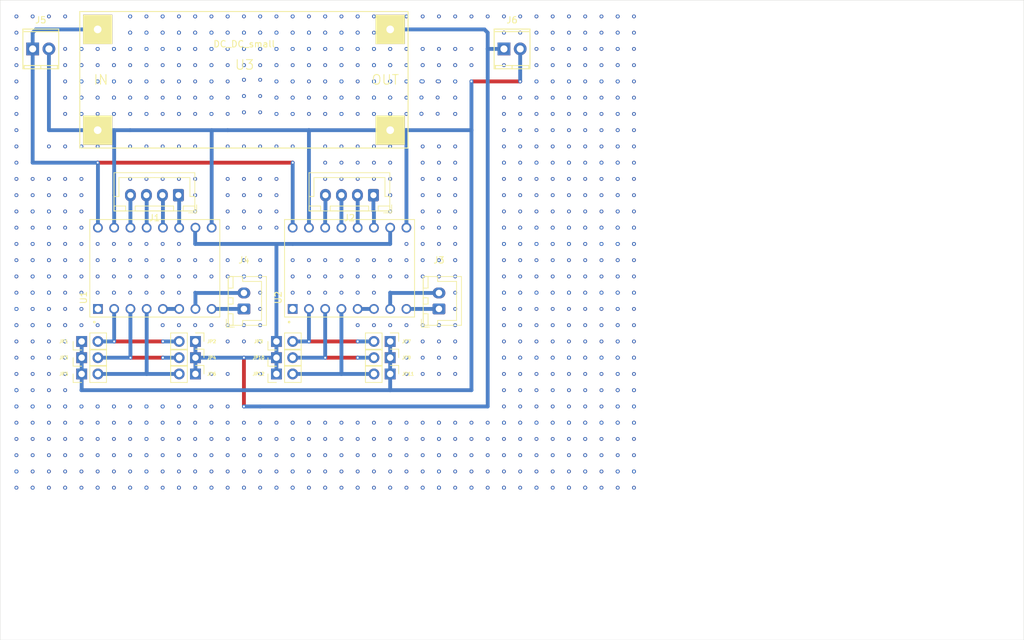
<source format=kicad_pcb>
(kicad_pcb (version 20240108) (generator "pcbnew") (generator_version "8.0")
  (layers (0 "F.Cu" signal) (31 "B.Cu" signal) (34 "B.Paste" user) (35 "F.Paste" user) (36 "B.SilkS" user "B.Silkscreen") (37 "F.SilkS" user "F.Silkscreen") (38 "B.Mask" user) (39 "F.Mask" user) (44 "Edge.Cuts" user))
  (net 0 "")
  (net 1 "+12V")
  (net 2 "GND")
  (net 3 "+5V")
  (net 4 "/MS1A")
  (net 5 "/MS2A")
  (net 6 "/MS3A")
  (net 7 "/MS1B")
  (net 8 "/MS2B")
  (net 9 "/MS3B")
  (net 10 "Net-(U1-~{RESET})")
  (net 11 "Net-(J1-Pin_2)")
  (net 12 "Net-(J1-Pin_4)")
  (net 14 "Net-(J1-Pin_3)")
  (net 15 "Net-(J1-Pin_1)")
  (net 16 "Net-(J4-Pin_2)")
  (net 17 "Net-(J4-Pin_1)")
  (net 18 "Net-(J3-Pin_1)")
  (net 19 "Net-(U2-~{RESET})")
  (net 20 "Net-(J2-Pin_4)")
  (net 22 "Net-(J2-Pin_2)")
  (net 23 "Net-(J3-Pin_2)")
  (net 24 "Net-(J2-Pin_1)")
  (net 25 "Net-(J2-Pin_3)")
  (footprint "A4988_STEPPER_MOTOR_DRIVER_CARRIER:MODULE_A4988_STEPPER_MOTOR_DRIVER_CARRIER" (layer "F.Cu") (at 99.1 78.74 90)
    (property "Reference" "U1")
    (property "Value" "A4988_STEPPER_MOTOR_DRIVER_CARRIER")
  )
  (footprint "Pin_Headers_SID:Pin_Header_Straight_1x02_Pitch2.54mm" (layer "F.Cu") (at 109.22 99.06 90)
    (property "Reference" "JP10")
    (property "Value" "Jp")
  )
  (footprint "Pin_Headers_SID:Pin_Header_Straight_1x02_Pitch2.54mm" (layer "F.Cu") (at 127 99.06 -90)
    (property "Reference" "JP9")
    (property "Value" "Jp")
  )
  (footprint "Connectors_Terminal_Blocks_SID:TerminalBlock_Pheonix_MPT-2.54mm_2pol" (layer "F.Cu") (at 71.12 50.8)
    (property "Reference" "J5")
    (property "Value" "Alimentacion")
  )
  (footprint "Connectors_Terminal_Blocks_SID:TerminalBlock_Pheonix_MPT-2.54mm_2pol" (layer "F.Cu") (at 144.78 50.8)
    (property "Reference" "J6")
    (property "Value" "Alimentacion 5V")
  )
  (footprint "Connector_JST:JST_XH_B2B-XH-A_1x02_P2.50mm_Vertical" (layer "F.Cu") (at 104.14 91.44 90)
    (property "Reference" "J4")
    (property "Value" "Control_I")
  )
  (footprint "Pin_Headers_SID:Pin_Header_Straight_1x02_Pitch2.54mm" (layer "F.Cu") (at 78.78 101.6 90)
    (property "Reference" "JP5")
    (property "Value" "Jp")
  )
  (footprint "Pin_Headers_SID:Pin_Header_Straight_1x02_Pitch2.54mm" (layer "F.Cu") (at 78.78 99.06 90)
    (property "Reference" "JP3")
    (property "Value" "Jp")
  )
  (footprint "Pin_Headers_SID:Pin_Header_Straight_1x02_Pitch2.54mm" (layer "F.Cu") (at 96.56 99.06 -90)
    (property "Reference" "JP4")
    (property "Value" "Jp")
  )
  (footprint "Pin_Headers_SID:Pin_Header_Straight_1x02_Pitch2.54mm" (layer "F.Cu") (at 96.56 96.52 -90)
    (property "Reference" "JP2")
    (property "Value" "Jp")
  )
  (footprint "Pin_Headers_SID:Pin_Header_Straight_1x02_Pitch2.54mm" (layer "F.Cu") (at 127 96.52 -90)
    (property "Reference" "JP7")
    (property "Value" "Jp")
  )
  (footprint "DC_DC_LM2596_small:DC_DC_LM2596_small" (layer "F.Cu") (at 104.14 55.626)
    (property "Reference" "U3")
    (property "Value" "DC_DC_small")
  )
  (footprint "Connector_JST:JST_XH_B4B-XH-A_1x04_P2.50mm_Vertical" (layer "F.Cu") (at 124.38 73.66 180)
    (property "Reference" "J2")
    (property "Value" "Motor_D")
  )
  (footprint "Pin_Headers_SID:Pin_Header_Straight_1x02_Pitch2.54mm" (layer "F.Cu") (at 78.78 96.52 90)
    (property "Reference" "JP1")
    (property "Value" "Jp")
  )
  (footprint "Pin_Headers_SID:Pin_Header_Straight_1x02_Pitch2.54mm" (layer "F.Cu") (at 127 101.6 -90)
    (property "Reference" "JP11")
    (property "Value" "Jp")
  )
  (footprint "Pin_Headers_SID:Pin_Header_Straight_1x02_Pitch2.54mm" (layer "F.Cu") (at 109.22 101.6 90)
    (property "Reference" "JP12")
    (property "Value" "Jp")
  )
  (footprint "A4988_STEPPER_MOTOR_DRIVER_CARRIER:MODULE_A4988_STEPPER_MOTOR_DRIVER_CARRIER" (layer "F.Cu") (at 129.54 78.74 90)
    (property "Reference" "U2")
    (property "Value" "A4988_STEPPER_MOTOR_DRIVER_CARRIER")
  )
  (footprint "Connector_JST:JST_XH_B4B-XH-A_1x04_P2.50mm_Vertical" (layer "F.Cu") (at 93.9 73.66 180)
    (property "Reference" "J1")
    (property "Value" "Motor_I")
  )
  (footprint "Pin_Headers_SID:Pin_Header_Straight_1x02_Pitch2.54mm" (layer "F.Cu") (at 109.22 96.52 90)
    (property "Reference" "JP8")
    (property "Value" "Jp")
  )
  (footprint "Connector_JST:JST_XH_B2B-XH-A_1x02_P2.50mm_Vertical" (layer "F.Cu") (at 134.62 91.44 90)
    (property "Reference" "J3")
    (property "Value" "Control_D")
  )
  (footprint "Pin_Headers_SID:Pin_Header_Straight_1x02_Pitch2.54mm" (layer "F.Cu") (at 96.56 101.6 -90)
    (property "Reference" "JP6")
    (property "Value" "Jp")
  )
  (gr_rect (start 66.04 43.18) (end 226.04 143.18) (stroke (width 0.05)) (fill none) (layer "Edge.Cuts"))
  (via (at 162.56 73.66) (size 0.6) (drill 0.3) (layers "F.Cu" "B.Cu") (net 0))
  (via (at 101.6 58.42) (size 0.6) (drill 0.3) (layers "F.Cu" "B.Cu") (net 0))
  (via (at 76.2 71.12) (size 0.6) (drill 0.3) (layers "F.Cu" "B.Cu") (net 0))
  (via (at 144.78 99.06) (size 0.6) (drill 0.3) (layers "F.Cu" "B.Cu") (net 0))
  (via (at 76.2 86.36) (size 0.6) (drill 0.3) (layers "F.Cu" "B.Cu") (net 0))
  (via (at 68.58 93.98) (size 0.6) (drill 0.3) (layers "F.Cu" "B.Cu") (net 0))
  (via (at 96.52 48.26) (size 0.6) (drill 0.3) (layers "F.Cu" "B.Cu") (net 0))
  (via (at 165.1 93.98) (size 0.6) (drill 0.3) (layers "F.Cu" "B.Cu") (net 0))
  (via (at 101.6 45.72) (size 0.6) (drill 0.3) (layers "F.Cu" "B.Cu") (net 0))
  (via (at 86.36 45.72) (size 0.6) (drill 0.3) (layers "F.Cu" "B.Cu") (net 0))
  (via (at 162.56 58.42) (size 0.6) (drill 0.3) (layers "F.Cu" "B.Cu") (net 0))
  (via (at 99.06 53.34) (size 0.6) (drill 0.3) (layers "F.Cu" "B.Cu") (net 0))
  (via (at 116.84 119.38) (size 0.6) (drill 0.3) (layers "F.Cu" "B.Cu") (net 0))
  (via (at 162.56 86.36) (size 0.6) (drill 0.3) (layers "F.Cu" "B.Cu") (net 0))
  (via (at 93.98 48.26) (size 0.6) (drill 0.3) (layers "F.Cu" "B.Cu") (net 0))
  (via (at 99.06 111.76) (size 0.6) (drill 0.3) (layers "F.Cu" "B.Cu") (net 0))
  (via (at 81.28 106.68) (size 0.6) (drill 0.3) (layers "F.Cu" "B.Cu") (net 0))
  (via (at 73.66 91.44) (size 0.6) (drill 0.3) (layers "F.Cu" "B.Cu") (net 0))
  (via (at 127 55.88) (size 0.6) (drill 0.3) (layers "F.Cu" "B.Cu") (net 0))
  (via (at 132.08 109.22) (size 0.6) (drill 0.3) (layers "F.Cu" "B.Cu") (net 0))
  (via (at 116.84 48.26) (size 0.6) (drill 0.3) (layers "F.Cu" "B.Cu") (net 0))
  (via (at 157.48 88.9) (size 0.6) (drill 0.3) (layers "F.Cu" "B.Cu") (net 0))
  (via (at 119.38 45.72) (size 0.6) (drill 0.3) (layers "F.Cu" "B.Cu") (net 0))
  (via (at 139.7 114.3) (size 0.6) (drill 0.3) (layers "F.Cu" "B.Cu") (net 0))
  (via (at 137.16 58.42) (size 0.6) (drill 0.3) (layers "F.Cu" "B.Cu") (net 0))
  (via (at 88.9 60.96) (size 0.6) (drill 0.3) (layers "F.Cu" "B.Cu") (net 0))
  (via (at 152.4 114.3) (size 0.6) (drill 0.3) (layers "F.Cu" "B.Cu") (net 0))
  (via (at 116.84 50.8) (size 0.6) (drill 0.3) (layers "F.Cu" "B.Cu") (net 0))
  (via (at 101.6 106.68) (size 0.6) (drill 0.3) (layers "F.Cu" "B.Cu") (net 0))
  (via (at 114.3 88.9) (size 0.6) (drill 0.3) (layers "F.Cu" "B.Cu") (net 0))
  (via (at 119.38 48.26) (size 0.6) (drill 0.3) (layers "F.Cu" "B.Cu") (net 0))
  (via (at 99.06 58.42) (size 0.6) (drill 0.3) (layers "F.Cu" "B.Cu") (net 0))
  (via (at 93.98 48.26) (size 0.6) (drill 0.3) (layers "F.Cu" "B.Cu") (net 0))
  (via (at 76.2 58.42) (size 0.6) (drill 0.3) (layers "F.Cu" "B.Cu") (net 0))
  (via (at 149.86 60.96) (size 0.6) (drill 0.3) (layers "F.Cu" "B.Cu") (net 0))
  (via (at 88.9 116.84) (size 0.6) (drill 0.3) (layers "F.Cu" "B.Cu") (net 0))
  (via (at 152.4 104.14) (size 0.6) (drill 0.3) (layers "F.Cu" "B.Cu") (net 0))
  (via (at 162.56 96.52) (size 0.6) (drill 0.3) (layers "F.Cu" "B.Cu") (net 0))
  (via (at 162.56 106.68) (size 0.6) (drill 0.3) (layers "F.Cu" "B.Cu") (net 0))
  (via (at 88.9 83.82) (size 0.6) (drill 0.3) (layers "F.Cu" "B.Cu") (net 0))
  (via (at 160.02 68.58) (size 0.6) (drill 0.3) (layers "F.Cu" "B.Cu") (net 0))
  (via (at 119.38 71.12) (size 0.6) (drill 0.3) (layers "F.Cu" "B.Cu") (net 0))
  (via (at 162.56 99.06) (size 0.6) (drill 0.3) (layers "F.Cu" "B.Cu") (net 0))
  (via (at 93.98 50.8) (size 0.6) (drill 0.3) (layers "F.Cu" "B.Cu") (net 0))
  (via (at 152.4 93.98) (size 0.6) (drill 0.3) (layers "F.Cu" "B.Cu") (net 0))
  (via (at 144.78 81.28) (size 0.6) (drill 0.3) (layers "F.Cu" "B.Cu") (net 0))
  (via (at 109.22 55.88) (size 0.6) (drill 0.3) (layers "F.Cu" "B.Cu") (net 0))
  (via (at 76.2 106.68) (size 0.6) (drill 0.3) (layers "F.Cu" "B.Cu") (net 0))
  (via (at 71.12 73.66) (size 0.6) (drill 0.3) (layers "F.Cu" "B.Cu") (net 0))
  (via (at 78.74 78.74) (size 0.6) (drill 0.3) (layers "F.Cu" "B.Cu") (net 0))
  (via (at 86.36 119.38) (size 0.6) (drill 0.3) (layers "F.Cu" "B.Cu") (net 0))
  (via (at 71.12 96.52) (size 0.6) (drill 0.3) (layers "F.Cu" "B.Cu") (net 0))
  (via (at 71.12 93.98) (size 0.6) (drill 0.3) (layers "F.Cu" "B.Cu") (net 0))
  (via (at 78.74 58.42) (size 0.6) (drill 0.3) (layers "F.Cu" "B.Cu") (net 0))
  (via (at 162.56 104.14) (size 0.6) (drill 0.3) (layers "F.Cu" "B.Cu") (net 0))
  (via (at 121.92 109.22) (size 0.6) (drill 0.3) (layers "F.Cu" "B.Cu") (net 0))
  (via (at 160.02 71.12) (size 0.6) (drill 0.3) (layers "F.Cu" "B.Cu") (net 0))
  (via (at 144.78 88.9) (size 0.6) (drill 0.3) (layers "F.Cu" "B.Cu") (net 0))
  (via (at 162.56 50.8) (size 0.6) (drill 0.3) (layers "F.Cu" "B.Cu") (net 0))
  (via (at 88.9 50.8) (size 0.6) (drill 0.3) (layers "F.Cu" "B.Cu") (net 0))
  (via (at 165.1 58.42) (size 0.6) (drill 0.3) (layers "F.Cu" "B.Cu") (net 0))
  (via (at 91.44 48.26) (size 0.6) (drill 0.3) (layers "F.Cu" "B.Cu") (net 0))
  (via (at 121.92 114.3) (size 0.6) (drill 0.3) (layers "F.Cu" "B.Cu") (net 0))
  (via (at 81.28 106.68) (size 0.6) (drill 0.3) (layers "F.Cu" "B.Cu") (net 0))
  (via (at 165.1 106.68) (size 0.6) (drill 0.3) (layers "F.Cu" "B.Cu") (net 0))
  (via (at 101.6 66.04) (size 0.6) (drill 0.3) (layers "F.Cu" "B.Cu") (net 0))
  (via (at 149.86 55.88) (size 0.6) (drill 0.3) (layers "F.Cu" "B.Cu") (net 0))
  (via (at 121.92 48.26) (size 0.6) (drill 0.3) (layers "F.Cu" "B.Cu") (net 0))
  (via (at 109.22 53.34) (size 0.6) (drill 0.3) (layers "F.Cu" "B.Cu") (net 0))
  (via (at 106.68 66.04) (size 0.6) (drill 0.3) (layers "F.Cu" "B.Cu") (net 0))
  (via (at 139.7 111.76) (size 0.6) (drill 0.3) (layers "F.Cu" "B.Cu") (net 0))
  (via (at 124.46 53.34) (size 0.6) (drill 0.3) (layers "F.Cu" "B.Cu") (net 0))
  (via (at 106.68 48.26) (size 0.6) (drill 0.3) (layers "F.Cu" "B.Cu") (net 0))
  (via (at 144.78 101.6) (size 0.6) (drill 0.3) (layers "F.Cu" "B.Cu") (net 0))
  (via (at 137.16 109.22) (size 0.6) (drill 0.3) (layers "F.Cu" "B.Cu") (net 0))
  (via (at 165.1 91.44) (size 0.6) (drill 0.3) (layers "F.Cu" "B.Cu") (net 0))
  (via (at 132.08 71.12) (size 0.6) (drill 0.3) (layers "F.Cu" "B.Cu") (net 0))
  (via (at 152.4 66.04) (size 0.6) (drill 0.3) (layers "F.Cu" "B.Cu") (net 0))
  (via (at 134.62 96.52) (size 0.6) (drill 0.3) (layers "F.Cu" "B.Cu") (net 0))
  (via (at 68.58 104.14) (size 0.6) (drill 0.3) (layers "F.Cu" "B.Cu") (net 0))
  (via (at 96.52 116.84) (size 0.6) (drill 0.3) (layers "F.Cu" "B.Cu") (net 0))
  (via (at 149.86 104.14) (size 0.6) (drill 0.3) (layers "F.Cu" "B.Cu") (net 0))
  (via (at 162.56 99.06) (size 0.6) (drill 0.3) (layers "F.Cu" "B.Cu") (net 0))
  (via (at 119.38 60.96) (size 0.6) (drill 0.3) (layers "F.Cu" "B.Cu") (net 0))
  (via (at 147.32 81.28) (size 0.6) (drill 0.3) (layers "F.Cu" "B.Cu") (net 0))
  (via (at 149.86 106.68) (size 0.6) (drill 0.3) (layers "F.Cu" "B.Cu") (net 0))
  (via (at 127 86.36) (size 0.6) (drill 0.3) (layers "F.Cu" "B.Cu") (net 0))
  (via (at 165.1 104.14) (size 0.6) (drill 0.3) (layers "F.Cu" "B.Cu") (net 0))
  (via (at 68.58 45.72) (size 0.6) (drill 0.3) (layers "F.Cu" "B.Cu") (net 0))
  (via (at 86.36 109.22) (size 0.6) (drill 0.3) (layers "F.Cu" "B.Cu") (net 0))
  (via (at 91.44 83.82) (size 0.6) (drill 0.3) (layers "F.Cu" "B.Cu") (net 0))
  (via (at 134.62 55.88) (size 0.6) (drill 0.3) (layers "F.Cu" "B.Cu") (net 0))
  (via (at 124.46 83.82) (size 0.6) (drill 0.3) (layers "F.Cu" "B.Cu") (net 0))
  (via (at 99.06 109.22) (size 0.6) (drill 0.3) (layers "F.Cu" "B.Cu") (net 0))
  (via (at 106.68 83.82) (size 0.6) (drill 0.3) (layers "F.Cu" "B.Cu") (net 0))
  (via (at 157.48 81.28) (size 0.6) (drill 0.3) (layers "F.Cu" "B.Cu") (net 0))
  (via (at 81.28 119.38) (size 0.6) (drill 0.3) (layers "F.Cu" "B.Cu") (net 0))
  (via (at 129.54 53.34) (size 0.6) (drill 0.3) (layers "F.Cu" "B.Cu") (net 0))
  (via (at 162.56 88.9) (size 0.6) (drill 0.3) (layers "F.Cu" "B.Cu") (net 0))
  (via (at 154.94 91.44) (size 0.6) (drill 0.3) (layers "F.Cu" "B.Cu") (net 0))
  (via (at 78.74 83.82) (size 0.6) (drill 0.3) (layers "F.Cu" "B.Cu") (net 0))
  (via (at 154.94 109.22) (size 0.6) (drill 0.3) (layers "F.Cu" "B.Cu") (net 0))
  (via (at 68.58 119.38) (size 0.6) (drill 0.3) (layers "F.Cu" "B.Cu") (net 0))
  (via (at 137.16 66.04) (size 0.6) (drill 0.3) (layers "F.Cu" "B.Cu") (net 0))
  (via (at 106.68 88.9) (size 0.6) (drill 0.3) (layers "F.Cu" "B.Cu") (net 0))
  (via (at 149.86 83.82) (size 0.6) (drill 0.3) (layers "F.Cu" "B.Cu") (net 0))
  (via (at 165.1 68.58) (size 0.6) (drill 0.3) (layers "F.Cu" "B.Cu") (net 0))
  (via (at 137.16 86.36) (size 0.6) (drill 0.3) (layers "F.Cu" "B.Cu") (net 0))
  (via (at 132.08 76.2) (size 0.6) (drill 0.3) (layers "F.Cu" "B.Cu") (net 0))
  (via (at 121.92 55.88) (size 0.6) (drill 0.3) (layers "F.Cu" "B.Cu") (net 0))
  (via (at 99.06 86.36) (size 0.6) (drill 0.3) (layers "F.Cu" "B.Cu") (net 0))
  (via (at 157.48 116.84) (size 0.6) (drill 0.3) (layers "F.Cu" "B.Cu") (net 0))
  (via (at 134.62 116.84) (size 0.6) (drill 0.3) (layers "F.Cu" "B.Cu") (net 0))
  (via (at 76.2 106.68) (size 0.6) (drill 0.3) (layers "F.Cu" "B.Cu") (net 0))
  (via (at 114.3 53.34) (size 0.6) (drill 0.3) (layers "F.Cu" "B.Cu") (net 0))
  (via (at 83.82 50.8) (size 0.6) (drill 0.3) (layers "F.Cu" "B.Cu") (net 0))
  (via (at 116.84 68.58) (size 0.6) (drill 0.3) (layers "F.Cu" "B.Cu") (net 0))
  (via (at 104.14 93.98) (size 0.6) (drill 0.3) (layers "F.Cu" "B.Cu") (net 0))
  (via (at 165.1 114.3) (size 0.6) (drill 0.3) (layers "F.Cu" "B.Cu") (net 0))
  (via (at 116.84 116.84) (size 0.6) (drill 0.3) (layers "F.Cu" "B.Cu") (net 0))
  (via (at 160.02 101.6) (size 0.6) (drill 0.3) (layers "F.Cu" "B.Cu") (net 0))
  (via (at 86.36 50.8) (size 0.6) (drill 0.3) (layers "F.Cu" "B.Cu") (net 0))
  (via (at 116.84 119.38) (size 0.6) (drill 0.3) (layers "F.Cu" "B.Cu") (net 0))
  (via (at 83.82 88.9) (size 0.6) (drill 0.3) (layers "F.Cu" "B.Cu") (net 0))
  (via (at 157.48 63.5) (size 0.6) (drill 0.3) (layers "F.Cu" "B.Cu") (net 0))
  (via (at 114.3 48.26) (size 0.6) (drill 0.3) (layers "F.Cu" "B.Cu") (net 0))
  (via (at 71.12 83.82) (size 0.6) (drill 0.3) (layers "F.Cu" "B.Cu") (net 0))
  (via (at 144.78 66.04) (size 0.6) (drill 0.3) (layers "F.Cu" "B.Cu") (net 0))
  (via (at 157.48 86.36) (size 0.6) (drill 0.3) (layers "F.Cu" "B.Cu") (net 0))
  (via (at 147.32 68.58) (size 0.6) (drill 0.3) (layers "F.Cu" "B.Cu") (net 0))
  (via (at 88.9 81.28) (size 0.6) (drill 0.3) (layers "F.Cu" "B.Cu") (net 0))
  (via (at 88.9 109.22) (size 0.6) (drill 0.3) (layers "F.Cu" "B.Cu") (net 0))
  (via (at 134.62 111.76) (size 0.6) (drill 0.3) (layers "F.Cu" "B.Cu") (net 0))
  (via (at 76.2 83.82) (size 0.6) (drill 0.3) (layers "F.Cu" "B.Cu") (net 0))
  (via (at 132.08 81.28) (size 0.6) (drill 0.3) (layers "F.Cu" "B.Cu") (net 0))
  (via (at 165.1 88.9) (size 0.6) (drill 0.3) (layers "F.Cu" "B.Cu") (net 0))
  (via (at 86.36 86.36) (size 0.6) (drill 0.3) (layers "F.Cu" "B.Cu") (net 0))
  (via (at 160.02 48.26) (size 0.6) (drill 0.3) (layers "F.Cu" "B.Cu") (net 0))
  (via (at 71.12 104.14) (size 0.6) (drill 0.3) (layers "F.Cu" "B.Cu") (net 0))
  (via (at 111.76 114.3) (size 0.6) (drill 0.3) (layers "F.Cu" "B.Cu") (net 0))
  (via (at 144.78 60.96) (size 0.6) (drill 0.3) (layers "F.Cu" "B.Cu") (net 0))
  (via (at 147.32 93.98) (size 0.6) (drill 0.3) (layers "F.Cu" "B.Cu") (net 0))
  (via (at 78.74 55.88) (size 0.6) (drill 0.3) (layers "F.Cu" "B.Cu") (net 0))
  (via (at 101.6 48.26) (size 0.6) (drill 0.3) (layers "F.Cu" "B.Cu") (net 0))
  (via (at 127 114.3) (size 0.6) (drill 0.3) (layers "F.Cu" "B.Cu") (net 0))
  (via (at 152.4 99.06) (size 0.6) (drill 0.3) (layers "F.Cu" "B.Cu") (net 0))
  (via (at 124.46 55.88) (size 0.6) (drill 0.3) (layers "F.Cu" "B.Cu") (net 0))
  (via (at 165.1 45.72) (size 0.6) (drill 0.3) (layers "F.Cu" "B.Cu") (net 0))
  (via (at 157.48 114.3) (size 0.6) (drill 0.3) (layers "F.Cu" "B.Cu") (net 0))
  (via (at 104.14 114.3) (size 0.6) (drill 0.3) (layers "F.Cu" "B.Cu") (net 0))
  (via (at 106.68 50.8) (size 0.6) (drill 0.3) (layers "F.Cu" "B.Cu") (net 0))
  (via (at 88.9 119.38) (size 0.6) (drill 0.3) (layers "F.Cu" "B.Cu") (net 0))
  (via (at 144.78 53.34) (size 0.6) (drill 0.3) (layers "F.Cu" "B.Cu") (net 0))
  (via (at 137.16 71.12) (size 0.6) (drill 0.3) (layers "F.Cu" "B.Cu") (net 0))
  (via (at 157.48 78.74) (size 0.6) (drill 0.3) (layers "F.Cu" "B.Cu") (net 0))
  (via (at 154.94 71.12) (size 0.6) (drill 0.3) (layers "F.Cu" "B.Cu") (net 0))
  (via (at 144.78 88.9) (size 0.6) (drill 0.3) (layers "F.Cu" "B.Cu") (net 0))
  (via (at 104.14 50.8) (size 0.6) (drill 0.3) (layers "F.Cu" "B.Cu") (net 0))
  (via (at 96.52 93.98) (size 0.6) (drill 0.3) (layers "F.Cu" "B.Cu") (net 0))
  (via (at 162.56 45.72) (size 0.6) (drill 0.3) (layers "F.Cu" "B.Cu") (net 0))
  (via (at 88.9 50.8) (size 0.6) (drill 0.3) (layers "F.Cu" "B.Cu") (net 0))
  (via (at 68.58 91.44) (size 0.6) (drill 0.3) (layers "F.Cu" "B.Cu") (net 0))
  (via (at 78.74 116.84) (size 0.6) (drill 0.3) (layers "F.Cu" "B.Cu") (net 0))
  (via (at 157.48 99.06) (size 0.6) (drill 0.3) (layers "F.Cu" "B.Cu") (net 0))
  (via (at 73.66 88.9) (size 0.6) (drill 0.3) (layers "F.Cu" "B.Cu") (net 0))
  (via (at 93.98 60.96) (size 0.6) (drill 0.3) (layers "F.Cu" "B.Cu") (net 0))
  (via (at 152.4 73.66) (size 0.6) (drill 0.3) (layers "F.Cu" "B.Cu") (net 0))
  (via (at 68.58 93.98) (size 0.6) (drill 0.3) (layers "F.Cu" "B.Cu") (net 0))
  (via (at 76.2 116.84) (size 0.6) (drill 0.3) (layers "F.Cu" "B.Cu") (net 0))
  (via (at 160.02 78.74) (size 0.6) (drill 0.3) (layers "F.Cu" "B.Cu") (net 0))
  (via (at 162.56 81.28) (size 0.6) (drill 0.3) (layers "F.Cu" "B.Cu") (net 0))
  (via (at 157.48 114.3) (size 0.6) (drill 0.3) (layers "F.Cu" "B.Cu") (net 0))
  (via (at 154.94 81.28) (size 0.6) (drill 0.3) (layers "F.Cu" "B.Cu") (net 0))
  (via (at 111.76 55.88) (size 0.6) (drill 0.3) (layers "F.Cu" "B.Cu") (net 0))
  (via (at 96.52 109.22) (size 0.6) (drill 0.3) (layers "F.Cu" "B.Cu") (net 0))
  (via (at 160.02 99.06) (size 0.6) (drill 0.3) (layers "F.Cu" "B.Cu") (net 0))
  (via (at 147.32 109.22) (size 0.6) (drill 0.3) (layers "F.Cu" "B.Cu") (net 0))
  (via (at 86.36 58.42) (size 0.6) (drill 0.3) (layers "F.Cu" "B.Cu") (net 0))
  (via (at 68.58 53.34) (size 0.6) (drill 0.3) (layers "F.Cu" "B.Cu") (net 0))
  (via (at 91.44 55.88) (size 0.6) (drill 0.3) (layers "F.Cu" "B.Cu") (net 0))
  (via (at 93.98 88.9) (size 0.6) (drill 0.3) (layers "F.Cu" "B.Cu") (net 0))
  (via (at 93.98 111.76) (size 0.6) (drill 0.3) (layers "F.Cu" "B.Cu") (net 0))
  (via (at 137.16 88.9) (size 0.6) (drill 0.3) (layers "F.Cu" "B.Cu") (net 0))
  (via (at 104.14 45.72) (size 0.6) (drill 0.3) (layers "F.Cu" "B.Cu") (net 0))
  (via (at 152.4 58.42) (size 0.6) (drill 0.3) (layers "F.Cu" "B.Cu") (net 0))
  (via (at 116.84 88.9) (size 0.6) (drill 0.3) (layers "F.Cu" "B.Cu") (net 0))
  (via (at 91.44 93.98) (size 0.6) (drill 0.3) (layers "F.Cu" "B.Cu") (net 0))
  (via (at 116.84 50.8) (size 0.6) (drill 0.3) (layers "F.Cu" "B.Cu") (net 0))
  (via (at 119.38 60.96) (size 0.6) (drill 0.3) (layers "F.Cu" "B.Cu") (net 0))
  (via (at 144.78 58.42) (size 0.6) (drill 0.3) (layers "F.Cu" "B.Cu") (net 0))
  (via (at 68.58 91.44) (size 0.6) (drill 0.3) (layers "F.Cu" "B.Cu") (net 0))
  (via (at 78.74 58.42) (size 0.6) (drill 0.3) (layers "F.Cu" "B.Cu") (net 0))
  (via (at 109.22 50.8) (size 0.6) (drill 0.3) (layers "F.Cu" "B.Cu") (net 0))
  (via (at 106.68 48.26) (size 0.6) (drill 0.3) (layers "F.Cu" "B.Cu") (net 0))
  (via (at 162.56 45.72) (size 0.6) (drill 0.3) (layers "F.Cu" "B.Cu") (net 0))
  (via (at 121.92 45.72) (size 0.6) (drill 0.3) (layers "F.Cu" "B.Cu") (net 0))
  (via (at 160.02 76.2) (size 0.6) (drill 0.3) (layers "F.Cu" "B.Cu") (net 0))
  (via (at 76.2 114.3) (size 0.6) (drill 0.3) (layers "F.Cu" "B.Cu") (net 0))
  (via (at 162.56 109.22) (size 0.6) (drill 0.3) (layers "F.Cu" "B.Cu") (net 0))
  (via (at 91.44 119.38) (size 0.6) (drill 0.3) (layers "F.Cu" "B.Cu") (net 0))
  (via (at 116.84 83.82) (size 0.6) (drill 0.3) (layers "F.Cu" "B.Cu") (net 0))
  (via (at 157.48 109.22) (size 0.6) (drill 0.3) (layers "F.Cu" "B.Cu") (net 0))
  (via (at 144.78 81.28) (size 0.6) (drill 0.3) (layers "F.Cu" "B.Cu") (net 0))
  (via (at 68.58 104.14) (size 0.6) (drill 0.3) (layers "F.Cu" "B.Cu") (net 0))
  (via (at 154.94 96.52) (size 0.6) (drill 0.3) (layers "F.Cu" "B.Cu") (net 0))
  (via (at 132.08 116.84) (size 0.6) (drill 0.3) (layers "F.Cu" "B.Cu") (net 0))
  (via (at 144.78 99.06) (size 0.6) (drill 0.3) (layers "F.Cu" "B.Cu") (net 0))
  (via (at 162.56 88.9) (size 0.6) (drill 0.3) (layers "F.Cu" "B.Cu") (net 0))
  (via (at 111.76 55.88) (size 0.6) (drill 0.3) (layers "F.Cu" "B.Cu") (net 0))
  (via (at 132.08 93.98) (size 0.6) (drill 0.3) (layers "F.Cu" "B.Cu") (net 0))
  (via (at 78.74 86.36) (size 0.6) (drill 0.3) (layers "F.Cu" "B.Cu") (net 0))
  (via (at 144.78 119.38) (size 0.6) (drill 0.3) (layers "F.Cu" "B.Cu") (net 0))
  (via (at 114.3 58.42) (size 0.6) (drill 0.3) (layers "F.Cu" "B.Cu") (net 0))
  (via (at 99.06 48.26) (size 0.6) (drill 0.3) (layers "F.Cu" "B.Cu") (net 0))
  (via (at 109.22 73.66) (size 0.6) (drill 0.3) (layers "F.Cu" "B.Cu") (net 0))
  (via (at 101.6 71.12) (size 0.6) (drill 0.3) (layers "F.Cu" "B.Cu") (net 0))
  (via (at 93.98 119.38) (size 0.6) (drill 0.3) (layers "F.Cu" "B.Cu") (net 0))
  (via (at 134.418412 55.859473) (size 0.6) (drill 0.3) (layers "F.Cu" "B.Cu") (net 0))
  (via (at 119.38 48.26) (size 0.6) (drill 0.3) (layers "F.Cu" "B.Cu") (net 0))
  (via (at 160.02 109.22) (size 0.6) (drill 0.3) (layers "F.Cu" "B.Cu") (net 0))
  (via (at 111.76 111.76) (size 0.6) (drill 0.3) (layers "F.Cu" "B.Cu") (net 0))
  (via (at 93.98 60.96) (size 0.6) (drill 0.3) (layers "F.Cu" "B.Cu") (net 0))
  (via (at 109.22 71.12) (size 0.6) (drill 0.3) (layers "F.Cu" "B.Cu") (net 0))
  (via (at 124.46 50.8) (size 0.6) (drill 0.3) (layers "F.Cu" "B.Cu") (net 0))
  (via (at 137.16 60.96) (size 0.6) (drill 0.3) (layers "F.Cu" "B.Cu") (net 0))
  (via (at 99.06 53.34) (size 0.6) (drill 0.3) (layers "F.Cu" "B.Cu") (net 0))
  (via (at 160.02 81.28) (size 0.6) (drill 0.3) (layers "F.Cu" "B.Cu") (net 0))
  (via (at 99.06 60.96) (size 0.6) (drill 0.3) (layers "F.Cu" "B.Cu") (net 0))
  (via (at 93.98 109.22) (size 0.6) (drill 0.3) (layers "F.Cu" "B.Cu") (net 0))
  (via (at 132.08 45.72) (size 0.6) (drill 0.3) (layers "F.Cu" "B.Cu") (net 0))
  (via (at 104.14 55.626) (size 0.6) (drill 0.3) (layers "F.Cu" "B.Cu") (net 0))
  (via (at 162.56 88.9) (size 0.6) (drill 0.3) (layers "F.Cu" "B.Cu") (net 0))
  (via (at 76.2 96.52) (size 0.6) (drill 0.3) (layers "F.Cu" "B.Cu") (net 0))
  (via (at 152.4 119.38) (size 0.6) (drill 0.3) (layers "F.Cu" "B.Cu") (net 0))
  (via (at 137.16 53.34) (size 0.6) (drill 0.3) (layers "F.Cu" "B.Cu") (net 0))
  (via (at 134.62 45.72) (size 0.6) (drill 0.3) (layers "F.Cu" "B.Cu") (net 0))
  (via (at 104.14 111.76) (size 0.6) (drill 0.3) (layers "F.Cu" "B.Cu") (net 0))
  (via (at 162.56 109.22) (size 0.6) (drill 0.3) (layers "F.Cu" "B.Cu") (net 0))
  (via (at 71.12 76.2) (size 0.6) (drill 0.3) (layers "F.Cu" "B.Cu") (net 0))
  (via (at 116.84 48.26) (size 0.6) (drill 0.3) (layers "F.Cu" "B.Cu") (net 0))
  (via (at 162.56 88.9) (size 0.6) (drill 0.3) (layers "F.Cu" "B.Cu") (net 0))
  (via (at 86.36 45.72) (size 0.6) (drill 0.3) (layers "F.Cu" "B.Cu") (net 0))
  (via (at 116.84 58.42) (size 0.6) (drill 0.3) (layers "F.Cu" "B.Cu") (net 0))
  (via (at 165.1 78.74) (size 0.6) (drill 0.3) (layers "F.Cu" "B.Cu") (net 0))
  (via (at 109.22 48.26) (size 0.6) (drill 0.3) (layers "F.Cu" "B.Cu") (net 0))
  (via (at 96.52 86.36) (size 0.6) (drill 0.3) (layers "F.Cu" "B.Cu") (net 0))
  (via (at 154.94 86.36) (size 0.6) (drill 0.3) (layers "F.Cu" "B.Cu") (net 0))
  (via (at 106.68 96.52) (size 0.6) (drill 0.3) (layers "F.Cu" "B.Cu") (net 0))
  (via (at 104.14 58.166) (size 0.6) (drill 0.3) (layers "F.Cu" "B.Cu") (net 0))
  (via (at 73.66 93.98) (size 0.6) (drill 0.3) (layers "F.Cu" "B.Cu") (net 0))
  (via (at 109.22 58.42) (size 0.6) (drill 0.3) (layers "F.Cu" "B.Cu") (net 0))
  (via (at 78.74 73.66) (size 0.6) (drill 0.3) (layers "F.Cu" "B.Cu") (net 0))
  (via (at 111.76 60.96) (size 0.6) (drill 0.3) (layers "F.Cu" "B.Cu") (net 0))
  (via (at 144.78 111.76) (size 0.6) (drill 0.3) (layers "F.Cu" "B.Cu") (net 0))
  (via (at 157.48 55.88) (size 0.6) (drill 0.3) (layers "F.Cu" "B.Cu") (net 0))
  (via (at 157.48 66.04) (size 0.6) (drill 0.3) (layers "F.Cu" "B.Cu") (net 0))
  (via (at 162.56 53.34) (size 0.6) (drill 0.3) (layers "F.Cu" "B.Cu") (net 0))
  (via (at 147.32 63.5) (size 0.6) (drill 0.3) (layers "F.Cu" "B.Cu") (net 0))
  (via (at 111.76 48.26) (size 0.6) (drill 0.3) (layers "F.Cu" "B.Cu") (net 0))
  (via (at 160.02 88.9) (size 0.6) (drill 0.3) (layers "F.Cu" "B.Cu") (net 0))
  (via (at 73.66 93.98) (size 0.6) (drill 0.3) (layers "F.Cu" "B.Cu") (net 0))
  (via (at 124.46 53.34) (size 0.6) (drill 0.3) (layers "F.Cu" "B.Cu") (net 0))
  (via (at 93.98 48.26) (size 0.6) (drill 0.3) (layers "F.Cu" "B.Cu") (net 0))
  (via (at 134.62 109.22) (size 0.6) (drill 0.3) (layers "F.Cu" "B.Cu") (net 0))
  (via (at 96.52 76.2) (size 0.6) (drill 0.3) (layers "F.Cu" "B.Cu") (net 0))
  (via (at 73.66 76.2) (size 0.6) (drill 0.3) (layers "F.Cu" "B.Cu") (net 0))
  (via (at 162.56 76.2) (size 0.6) (drill 0.3) (layers "F.Cu" "B.Cu") (net 0))
  (via (at 124.46 114.3) (size 0.6) (drill 0.3) (layers "F.Cu" "B.Cu") (net 0))
  (via (at 165.1 116.84) (size 0.6) (drill 0.3) (layers "F.Cu" "B.Cu") (net 0))
  (via (at 68.58 111.76) (size 0.6) (drill 0.3) (layers "F.Cu" "B.Cu") (net 0))
  (via (at 101.6 55.88) (size 0.6) (drill 0.3) (layers "F.Cu" "B.Cu") (net 0))
  (via (at 157.48 58.42) (size 0.6) (drill 0.3) (layers "F.Cu" "B.Cu") (net 0))
  (via (at 81.28 88.9) (size 0.6) (drill 0.3) (layers "F.Cu" "B.Cu") (net 0))
  (via (at 78.74 58.42) (size 0.6) (drill 0.3) (layers "F.Cu" "B.Cu") (net 0))
  (via (at 137.16 60.96) (size 0.6) (drill 0.3) (layers "F.Cu" "B.Cu") (net 0))
  (via (at 152.4 78.74) (size 0.6) (drill 0.3) (layers "F.Cu" "B.Cu") (net 0))
  (via (at 160.02 88.9) (size 0.6) (drill 0.3) (layers "F.Cu" "B.Cu") (net 0))
  (via (at 160.02 83.82) (size 0.6) (drill 0.3) (layers "F.Cu" "B.Cu") (net 0))
  (via (at 139.7 119.38) (size 0.6) (drill 0.3) (layers "F.Cu" "B.Cu") (net 0))
  (via (at 162.56 53.34) (size 0.6) (drill 0.3) (layers "F.Cu" "B.Cu") (net 0))
  (via (at 119.38 58.42) (size 0.6) (drill 0.3) (layers "F.Cu" "B.Cu") (net 0))
  (via (at 144.78 68.58) (size 0.6) (drill 0.3) (layers "F.Cu" "B.Cu") (net 0))
  (via (at 96.52 48.26) (size 0.6) (drill 0.3) (layers "F.Cu" "B.Cu") (net 0))
  (via (at 149.86 116.84) (size 0.6) (drill 0.3) (layers "F.Cu" "B.Cu") (net 0))
  (via (at 111.76 50.8) (size 0.6) (drill 0.3) (layers "F.Cu" "B.Cu") (net 0))
  (via (at 88.9 55.88) (size 0.6) (drill 0.3) (layers "F.Cu" "B.Cu") (net 0))
  (via (at 93.98 58.42) (size 0.6) (drill 0.3) (layers "F.Cu" "B.Cu") (net 0))
  (via (at 134.62 83.82) (size 0.6) (drill 0.3) (layers "F.Cu" "B.Cu") (net 0))
  (via (at 147.32 86.36) (size 0.6) (drill 0.3) (layers "F.Cu" "B.Cu") (net 0))
  (via (at 142.24 45.72) (size 0.6) (drill 0.3) (layers "F.Cu" "B.Cu") (net 0))
  (via (at 73.66 83.82) (size 0.6) (drill 0.3) (layers "F.Cu" "B.Cu") (net 0))
  (via (at 162.56 99.06) (size 0.6) (drill 0.3) (layers "F.Cu" "B.Cu") (net 0))
  (via (at 144.78 73.66) (size 0.6) (drill 0.3) (layers "F.Cu" "B.Cu") (net 0))
  (via (at 88.9 48.26) (size 0.6) (drill 0.3) (layers "F.Cu" "B.Cu") (net 0))
  (via (at 149.86 66.04) (size 0.6) (drill 0.3) (layers "F.Cu" "B.Cu") (net 0))
  (via (at 147.32 99.06) (size 0.6) (drill 0.3) (layers "F.Cu" "B.Cu") (net 0))
  (via (at 71.12 76.2) (size 0.6) (drill 0.3) (layers "F.Cu" "B.Cu") (net 0))
  (via (at 78.74 50.8) (size 0.6) (drill 0.3) (layers "F.Cu" "B.Cu") (net 0))
  (via (at 119.38 86.36) (size 0.6) (drill 0.3) (layers "F.Cu" "B.Cu") (net 0))
  (via (at 162.56 93.98) (size 0.6) (drill 0.3) (layers "F.Cu" "B.Cu") (net 0))
  (via (at 152.4 109.22) (size 0.6) (drill 0.3) (layers "F.Cu" "B.Cu") (net 0))
  (via (at 160.02 58.42) (size 0.6) (drill 0.3) (layers "F.Cu" "B.Cu") (net 0))
  (via (at 114.3 48.26) (size 0.6) (drill 0.3) (layers "F.Cu" "B.Cu") (net 0))
  (via (at 162.56 78.74) (size 0.6) (drill 0.3) (layers "F.Cu" "B.Cu") (net 0))
  (via (at 86.36 60.96) (size 0.6) (drill 0.3) (layers "F.Cu" "B.Cu") (net 0))
  (via (at 111.76 50.8) (size 0.6) (drill 0.3) (layers "F.Cu" "B.Cu") (net 0))
  (via (at 162.56 106.68) (size 0.6) (drill 0.3) (layers "F.Cu" "B.Cu") (net 0))
  (via (at 111.76 53.34) (size 0.6) (drill 0.3) (layers "F.Cu" "B.Cu") (net 0))
  (via (at 132.08 55.88) (size 0.6) (drill 0.3) (layers "F.Cu" "B.Cu") (net 0))
  (via (at 73.66 114.3) (size 0.6) (drill 0.3) (layers "F.Cu" "B.Cu") (net 0))
  (via (at 111.76 119.38) (size 0.6) (drill 0.3) (layers "F.Cu" "B.Cu") (net 0))
  (via (at 99.06 114.3) (size 0.6) (drill 0.3) (layers "F.Cu" "B.Cu") (net 0))
  (via (at 154.94 106.68) (size 0.6) (drill 0.3) (layers "F.Cu" "B.Cu") (net 0))
  (via (at 86.36 50.8) (size 0.6) (drill 0.3) (layers "F.Cu" "B.Cu") (net 0))
  (via (at 127 50.8) (size 0.6) (drill 0.3) (layers "F.Cu" "B.Cu") (net 0))
  (via (at 88.9 86.36) (size 0.6) (drill 0.3) (layers "F.Cu" "B.Cu") (net 0))
  (via (at 160.02 63.5) (size 0.6) (drill 0.3) (layers "F.Cu" "B.Cu") (net 0))
  (via (at 134.62 114.3) (size 0.6) (drill 0.3) (layers "F.Cu" "B.Cu") (net 0))
  (via (at 162.56 83.82) (size 0.6) (drill 0.3) (layers "F.Cu" "B.Cu") (net 0))
  (via (at 127 111.76) (size 0.6) (drill 0.3) (layers "F.Cu" "B.Cu") (net 0))
  (via (at 160.02 109.22) (size 0.6) (drill 0.3) (layers "F.Cu" "B.Cu") (net 0))
  (via (at 131.878412 60.939473) (size 0.6) (drill 0.3) (layers "F.Cu" "B.Cu") (net 0))
  (via (at 86.36 111.76) (size 0.6) (drill 0.3) (layers "F.Cu" "B.Cu") (net 0))
  (via (at 134.418412 58.399473) (size 0.6) (drill 0.3) (layers "F.Cu" "B.Cu") (net 0))
  (via (at 129.54 83.82) (size 0.6) (drill 0.3) (layers "F.Cu" "B.Cu") (net 0))
  (via (at 73.66 66.04) (size 0.6) (drill 0.3) (layers "F.Cu" "B.Cu") (net 0))
  (via (at 162.56 86.36) (size 0.6) (drill 0.3) (layers "F.Cu" "B.Cu") (net 0))
  (via (at 160.02 73.66) (size 0.6) (drill 0.3) (layers "F.Cu" "B.Cu") (net 0))
  (via (at 124.46 88.9) (size 0.6) (drill 0.3) (layers "F.Cu" "B.Cu") (net 0))
  (via (at 152.4 88.9) (size 0.6) (drill 0.3) (layers "F.Cu" "B.Cu") (net 0))
  (via (at 91.44 45.72) (size 0.6) (drill 0.3) (layers "F.Cu" "B.Cu") (net 0))
  (via (at 88.9 48.26) (size 0.6) (drill 0.3) (layers "F.Cu" "B.Cu") (net 0))
  (via (at 162.56 101.6) (size 0.6) (drill 0.3) (layers "F.Cu" "B.Cu") (net 0))
  (via (at 157.48 119.38) (size 0.6) (drill 0.3) (layers "F.Cu" "B.Cu") (net 0))
  (via (at 96.52 55.88) (size 0.6) (drill 0.3) (layers "F.Cu" "B.Cu") (net 0))
  (via (at 137.16 96.52) (size 0.6) (drill 0.3) (layers "F.Cu" "B.Cu") (net 0))
  (via (at 71.12 111.76) (size 0.6) (drill 0.3) (layers "F.Cu" "B.Cu") (net 0))
  (via (at 149.86 109.22) (size 0.6) (drill 0.3) (layers "F.Cu" "B.Cu") (net 0))
  (via (at 127 55.88) (size 0.6) (drill 0.3) (layers "F.Cu" "B.Cu") (net 0))
  (via (at 106.68 78.74) (size 0.6) (drill 0.3) (layers "F.Cu" "B.Cu") (net 0))
  (via (at 152.4 81.28) (size 0.6) (drill 0.3) (layers "F.Cu" "B.Cu") (net 0))
  (via (at 165.1 109.22) (size 0.6) (drill 0.3) (layers "F.Cu" "B.Cu") (net 0))
  (via (at 162.56 78.74) (size 0.6) (drill 0.3) (layers "F.Cu" "B.Cu") (net 0))
  (via (at 160.02 99.06) (size 0.6) (drill 0.3) (layers "F.Cu" "B.Cu") (net 0))
  (via (at 86.36 116.84) (size 0.6) (drill 0.3) (layers "F.Cu" "B.Cu") (net 0))
  (via (at 93.98 50.8) (size 0.6) (drill 0.3) (layers "F.Cu" "B.Cu") (net 0))
  (via (at 83.82 53.34) (size 0.6) (drill 0.3) (layers "F.Cu" "B.Cu") (net 0))
  (via (at 71.12 78.74) (size 0.6) (drill 0.3) (layers "F.Cu" "B.Cu") (net 0))
  (via (at 121.92 60.96) (size 0.6) (drill 0.3) (layers "F.Cu" "B.Cu") (net 0))
  (via (at 137.16 58.42) (size 0.6) (drill 0.3) (layers "F.Cu" "B.Cu") (net 0))
  (via (at 127 73.66) (size 0.6) (drill 0.3) (layers "F.Cu" "B.Cu") (net 0))
  (via (at 68.58 48.26) (size 0.6) (drill 0.3) (layers "F.Cu" "B.Cu") (net 0))
  (via (at 149.86 114.3) (size 0.6) (drill 0.3) (layers "F.Cu" "B.Cu") (net 0))
  (via (at 111.76 116.84) (size 0.6) (drill 0.3) (layers "F.Cu" "B.Cu") (net 0))
  (via (at 101.6 96.52) (size 0.6) (drill 0.3) (layers "F.Cu" "B.Cu") (net 0))
  (via (at 76.2 53.34) (size 0.6) (drill 0.3) (layers "F.Cu" "B.Cu") (net 0))
  (via (at 106.68 73.66) (size 0.6) (drill 0.3) (layers "F.Cu" "B.Cu") (net 0))
  (via (at 132.08 73.66) (size 0.6) (drill 0.3) (layers "F.Cu" "B.Cu") (net 0))
  (via (at 142.24 114.3) (size 0.6) (drill 0.3) (layers "F.Cu" "B.Cu") (net 0))
  (via (at 68.58 96.52) (size 0.6) (drill 0.3) (layers "F.Cu" "B.Cu") (net 0))
  (via (at 91.44 111.76) (size 0.6) (drill 0.3) (layers "F.Cu" "B.Cu") (net 0))
  (via (at 152.4 106.68) (size 0.6) (drill 0.3) (layers "F.Cu" "B.Cu") (net 0))
  (via (at 93.98 93.98) (size 0.6) (drill 0.3) (layers "F.Cu" "B.Cu") (net 0))
  (via (at 132.08 66.04) (size 0.6) (drill 0.3) (layers "F.Cu" "B.Cu") (net 0))
  (via (at 116.84 53.34) (size 0.6) (drill 0.3) (layers "F.Cu" "B.Cu") (net 0))
  (via (at 104.14 60.706) (size 0.6) (drill 0.3) (layers "F.Cu" "B.Cu") (net 0))
  (via (at 149.86 99.06) (size 0.6) (drill 0.3) (layers "F.Cu" "B.Cu") (net 0))
  (via (at 101.6 114.3) (size 0.6) (drill 0.3) (layers "F.Cu" "B.Cu") (net 0))
  (via (at 147.32 96.52) (size 0.6) (drill 0.3) (layers "F.Cu" "B.Cu") (net 0))
  (via (at 124.46 71.12) (size 0.6) (drill 0.3) (layers "F.Cu" "B.Cu") (net 0))
  (via (at 101.6 73.66) (size 0.6) (drill 0.3) (layers "F.Cu" "B.Cu") (net 0))
  (via (at 73.66 81.28) (size 0.6) (drill 0.3) (layers "F.Cu" "B.Cu") (net 0))
  (via (at 76.2 99.06) (size 0.6) (drill 0.3) (layers "F.Cu" "B.Cu") (net 0))
  (via (at 149.86 78.74) (size 0.6) (drill 0.3) (layers "F.Cu" "B.Cu") (net 0))
  (via (at 114.3 60.96) (size 0.6) (drill 0.3) (layers "F.Cu" "B.Cu") (net 0))
  (via (at 104.14 66.04) (size 0.6) (drill 0.3) (layers "F.Cu" "B.Cu") (net 0))
  (via (at 127 71.12) (size 0.6) (drill 0.3) (layers "F.Cu" "B.Cu") (net 0))
  (via (at 147.32 78.74) (size 0.6) (drill 0.3) (layers "F.Cu" "B.Cu") (net 0))
  (via (at 132.08 50.8) (size 0.6) (drill 0.3) (layers "F.Cu" "B.Cu") (net 0))
  (via (at 78.74 50.8) (size 0.6) (drill 0.3) (layers "F.Cu" "B.Cu") (net 0))
  (via (at 109.22 48.26) (size 0.6) (drill 0.3) (layers "F.Cu" "B.Cu") (net 0))
  (via (at 104.14 86.36) (size 0.6) (drill 0.3) (layers "F.Cu" "B.Cu") (net 0))
  (via (at 129.54 109.22) (size 0.6) (drill 0.3) (layers "F.Cu" "B.Cu") (net 0))
  (via (at 83.82 116.84) (size 0.6) (drill 0.3) (layers "F.Cu" "B.Cu") (net 0))
  (via (at 129.54 93.98) (size 0.6) (drill 0.3) (layers "F.Cu" "B.Cu") (net 0))
  (via (at 81.28 116.84) (size 0.6) (drill 0.3) (layers "F.Cu" "B.Cu") (net 0))
  (via (at 76.2 66.04) (size 0.6) (drill 0.3) (layers "F.Cu" "B.Cu") (net 0))
  (via (at 88.9 114.3) (size 0.6) (drill 0.3) (layers "F.Cu" "B.Cu") (net 0))
  (via (at 68.58 60.96) (size 0.6) (drill 0.3) (layers "F.Cu" "B.Cu") (net 0))
  (via (at 152.4 116.84) (size 0.6) (drill 0.3) (layers "F.Cu" "B.Cu") (net 0))
  (via (at 162.56 83.82) (size 0.6) (drill 0.3) (layers "F.Cu" "B.Cu") (net 0))
  (via (at 132.08 114.3) (size 0.6) (drill 0.3) (layers "F.Cu" "B.Cu") (net 0))
  (via (at 111.76 55.88) (size 0.6) (drill 0.3) (layers "F.Cu" "B.Cu") (net 0))
  (via (at 127 83.82) (size 0.6) (drill 0.3) (layers "F.Cu" "B.Cu") (net 0))
  (via (at 129.54 55.88) (size 0.6) (drill 0.3) (layers "F.Cu" "B.Cu") (net 0))
  (via (at 99.06 55.88) (size 0.6) (drill 0.3) (layers "F.Cu" "B.Cu") (net 0))
  (via (at 157.48 50.8) (size 0.6) (drill 0.3) (layers "F.Cu" "B.Cu") (net 0))
  (via (at 131.878412 58.399473) (size 0.6) (drill 0.3) (layers "F.Cu" "B.Cu") (net 0))
  (via (at 93.98 58.42) (size 0.6) (drill 0.3) (layers "F.Cu" "B.Cu") (net 0))
  (via (at 137.16 55.88) (size 0.6) (drill 0.3) (layers "F.Cu" "B.Cu") (net 0))
  (via (at 165.1 71.12) (size 0.6) (drill 0.3) (layers "F.Cu" "B.Cu") (net 0))
  (via (at 137.16 45.72) (size 0.6) (drill 0.3) (layers "F.Cu" "B.Cu") (net 0))
  (via (at 121.92 71.12) (size 0.6) (drill 0.3) (layers "F.Cu" "B.Cu") (net 0))
  (via (at 71.12 93.98) (size 0.6) (drill 0.3) (layers "F.Cu" "B.Cu") (net 0))
  (via (at 73.66 81.28) (size 0.6) (drill 0.3) (layers "F.Cu" "B.Cu") (net 0))
  (via (at 149.86 53.34) (size 0.6) (drill 0.3) (layers "F.Cu" "B.Cu") (net 0))
  (via (at 88.9 55.88) (size 0.6) (drill 0.3) (layers "F.Cu" "B.Cu") (net 0))
  (via (at 119.38 48.26) (size 0.6) (drill 0.3) (layers "F.Cu" "B.Cu") (net 0))
  (via (at 111.76 58.42) (size 0.6) (drill 0.3) (layers "F.Cu" "B.Cu") (net 0))
  (via (at 147.32 48.26) (size 0.6) (drill 0.3) (layers "F.Cu" "B.Cu") (net 0))
  (via (at 96.52 50.8) (size 0.6) (drill 0.3) (layers "F.Cu" "B.Cu") (net 0))
  (via (at 160.02 116.84) (size 0.6) (drill 0.3) (layers "F.Cu" "B.Cu") (net 0))
  (via (at 137.16 83.82) (size 0.6) (drill 0.3) (layers "F.Cu" "B.Cu") (net 0))
  (via (at 119.38 114.3) (size 0.6) (drill 0.3) (layers "F.Cu" "B.Cu") (net 0))
  (via (at 134.62 53.34) (size 0.6) (drill 0.3) (layers "F.Cu" "B.Cu") (net 0))
  (via (at 111.76 58.42) (size 0.6) (drill 0.3) (layers "F.Cu" "B.Cu") (net 0))
  (via (at 149.86 68.58) (size 0.6) (drill 0.3) (layers "F.Cu" "B.Cu") (net 0))
  (via (at 162.56 71.12) (size 0.6) (drill 0.3) (layers "F.Cu" "B.Cu") (net 0))
  (via (at 124.46 55.88) (size 0.6) (drill 0.3) (layers "F.Cu" "B.Cu") (net 0))
  (via (at 144.78 109.22) (size 0.6) (drill 0.3) (layers "F.Cu" "B.Cu") (net 0))
  (via (at 149.86 119.38) (size 0.6) (drill 0.3) (layers "F.Cu" "B.Cu") (net 0))
  (via (at 160.02 111.76) (size 0.6) (drill 0.3) (layers "F.Cu" "B.Cu") (net 0))
  (via (at 134.418412 60.939473) (size 0.6) (drill 0.3) (layers "F.Cu" "B.Cu") (net 0))
  (via (at 109.22 116.84) (size 0.6) (drill 0.3) (layers "F.Cu" "B.Cu") (net 0))
  (via (at 134.62 116.84) (size 0.6) (drill 0.3) (layers "F.Cu" "B.Cu") (net 0))
  (via (at 73.66 86.36) (size 0.6) (drill 0.3) (layers "F.Cu" "B.Cu") (net 0))
  (via (at 104.14 60.706) (size 0.6) (drill 0.3) (layers "F.Cu" "B.Cu") (net 0))
  (via (at 137.16 55.88) (size 0.6) (drill 0.3) (layers "F.Cu" "B.Cu") (net 0))
  (via (at 132.08 119.38) (size 0.6) (drill 0.3) (layers "F.Cu" "B.Cu") (net 0))
  (via (at 111.76 119.38) (size 0.6) (drill 0.3) (layers "F.Cu" "B.Cu") (net 0))
  (via (at 154.94 99.06) (size 0.6) (drill 0.3) (layers "F.Cu" "B.Cu") (net 0))
  (via (at 101.6 78.74) (size 0.6) (drill 0.3) (layers "F.Cu" "B.Cu") (net 0))
  (via (at 86.36 88.9) (size 0.6) (drill 0.3) (layers "F.Cu" "B.Cu") (net 0))
  (via (at 119.38 55.88) (size 0.6) (drill 0.3) (layers "F.Cu" "B.Cu") (net 0))
  (via (at 147.32 111.76) (size 0.6) (drill 0.3) (layers "F.Cu" "B.Cu") (net 0))
  (via (at 68.58 91.44) (size 0.6) (drill 0.3) (layers "F.Cu" "B.Cu") (net 0))
  (via (at 160.02 91.44) (size 0.6) (drill 0.3) (layers "F.Cu" "B.Cu") (net 0))
  (via (at 86.36 106.68) (size 0.6) (drill 0.3) (layers "F.Cu" "B.Cu") (net 0))
  (via (at 106.68 101.6) (size 0.6) (drill 0.3) (layers "F.Cu" "B.Cu") (net 0))
  (via (at 76.2 81.28) (size 0.6) (drill 0.3) (layers "F.Cu" "B.Cu") (net 0))
  (via (at 162.56 78.74) (size 0.6) (drill 0.3) (layers "F.Cu" "B.Cu") (net 0))
  (via (at 91.44 53.34) (size 0.6) (drill 0.3) (layers "F.Cu" "B.Cu") (net 0))
  (via (at 154.94 88.9) (size 0.6) (drill 0.3) (layers "F.Cu" "B.Cu") (net 0))
  (via (at 101.6 116.84) (size 0.6) (drill 0.3) (layers "F.Cu" "B.Cu") (net 0))
  (via (at 76.2 99.06) (size 0.6) (drill 0.3) (layers "F.Cu" "B.Cu") (net 0))
  (via (at 76.2 60.96) (size 0.6) (drill 0.3) (layers "F.Cu" "B.Cu") (net 0))
  (via (at 78.74 60.96) (size 0.6) (drill 0.3) (layers "F.Cu" "B.Cu") (net 0))
  (via (at 149.86 55.88) (size 0.6) (drill 0.3) (layers "F.Cu" "B.Cu") (net 0))
  (via (at 127 55.88) (size 0.6) (drill 0.3) (layers "F.Cu" "B.Cu") (net 0))
  (via (at 137.16 78.74) (size 0.6) (drill 0.3) (layers "F.Cu" "B.Cu") (net 0))
  (via (at 152.4 71.12) (size 0.6) (drill 0.3) (layers "F.Cu" "B.Cu") (net 0))
  (via (at 101.6 86.36) (size 0.6) (drill 0.3) (layers "F.Cu" "B.Cu") (net 0))
  (via (at 154.94 55.88) (size 0.6) (drill 0.3) (layers "F.Cu" "B.Cu") (net 0))
  (via (at 88.9 109.22) (size 0.6) (drill 0.3) (layers "F.Cu" "B.Cu") (net 0))
  (via (at 132.08 111.76) (size 0.6) (drill 0.3) (layers "F.Cu" "B.Cu") (net 0))
  (via (at 104.14 53.34) (size 0.6) (drill 0.3) (layers "F.Cu" "B.Cu") (net 0))
  (via (at 106.68 93.98) (size 0.6) (drill 0.3) (layers "F.Cu" "B.Cu") (net 0))
  (via (at 88.9 71.12) (size 0.6) (drill 0.3) (layers "F.Cu" "B.Cu") (net 0))
  (via (at 149.86 58.42) (size 0.6) (drill 0.3) (layers "F.Cu" "B.Cu") (net 0))
  (via (at 152.4 109.22) (size 0.6) (drill 0.3) (layers "F.Cu" "B.Cu") (net 0))
  (via (at 116.84 50.8) (size 0.6) (drill 0.3) (layers "F.Cu" "B.Cu") (net 0))
  (via (at 129.54 96.52) (size 0.6) (drill 0.3) (layers "F.Cu" "B.Cu") (net 0))
  (via (at 114.3 48.26) (size 0.6) (drill 0.3) (layers "F.Cu" "B.Cu") (net 0))
  (via (at 157.48 101.6) (size 0.6) (drill 0.3) (layers "F.Cu" "B.Cu") (net 0))
  (via (at 134.62 86.36) (size 0.6) (drill 0.3) (layers "F.Cu" "B.Cu") (net 0))
  (via (at 101.6 50.8) (size 0.6) (drill 0.3) (layers "F.Cu" "B.Cu") (net 0))
  (via (at 86.36 114.3) (size 0.6) (drill 0.3) (layers "F.Cu" "B.Cu") (net 0))
  (via (at 132.08 96.52) (size 0.6) (drill 0.3) (layers "F.Cu" "B.Cu") (net 0))
  (via (at 149.86 48.26) (size 0.6) (drill 0.3) (layers "F.Cu" "B.Cu") (net 0))
  (via (at 76.2 78.74) (size 0.6) (drill 0.3) (layers "F.Cu" "B.Cu") (net 0))
  (via (at 86.36 119.38) (size 0.6) (drill 0.3) (layers "F.Cu" "B.Cu") (net 0))
  (via (at 114.3 111.76) (size 0.6) (drill 0.3) (layers "F.Cu" "B.Cu") (net 0))
  (via (at 149.86 101.6) (size 0.6) (drill 0.3) (layers "F.Cu" "B.Cu") (net 0))
  (via (at 68.58 73.66) (size 0.6) (drill 0.3) (layers "F.Cu" "B.Cu") (net 0))
  (via (at 162.56 109.22) (size 0.6) (drill 0.3) (layers "F.Cu" "B.Cu") (net 0))
  (via (at 162.56 81.28) (size 0.6) (drill 0.3) (layers "F.Cu" "B.Cu") (net 0))
  (via (at 160.02 88.9) (size 0.6) (drill 0.3) (layers "F.Cu" "B.Cu") (net 0))
  (via (at 160.02 114.3) (size 0.6) (drill 0.3) (layers "F.Cu" "B.Cu") (net 0))
  (via (at 165.1 106.68) (size 0.6) (drill 0.3) (layers "F.Cu" "B.Cu") (net 0))
  (via (at 81.28 119.38) (size 0.6) (drill 0.3) (layers "F.Cu" "B.Cu") (net 0))
  (via (at 137.16 111.76) (size 0.6) (drill 0.3) (layers "F.Cu" "B.Cu") (net 0))
  (via (at 162.56 60.96) (size 0.6) (drill 0.3) (layers "F.Cu" "B.Cu") (net 0))
  (via (at 106.68 50.8) (size 0.6) (drill 0.3) (layers "F.Cu" "B.Cu") (net 0))
  (via (at 160.02 81.28) (size 0.6) (drill 0.3) (layers "F.Cu" "B.Cu") (net 0))
  (via (at 68.58 68.58) (size 0.6) (drill 0.3) (layers "F.Cu" "B.Cu") (net 0))
  (via (at 91.44 66.04) (size 0.6) (drill 0.3) (layers "F.Cu" "B.Cu") (net 0))
  (via (at 99.06 93.98) (size 0.6) (drill 0.3) (layers "F.Cu" "B.Cu") (net 0))
  (via (at 134.62 93.98) (size 0.6) (drill 0.3) (layers "F.Cu" "B.Cu") (net 0))
  (via (at 129.54 50.8) (size 0.6) (drill 0.3) (layers "F.Cu" "B.Cu") (net 0))
  (via (at 106.68 48.26) (size 0.6) (drill 0.3) (layers "F.Cu" "B.Cu") (net 0))
  (via (at 96.52 50.8) (size 0.6) (drill 0.3) (layers "F.Cu" "B.Cu") (net 0))
  (via (at 154.94 119.38) (size 0.6) (drill 0.3) (layers "F.Cu" "B.Cu") (net 0))
  (via (at 160.02 109.22) (size 0.6) (drill 0.3) (layers "F.Cu" "B.Cu") (net 0))
  (via (at 165.1 116.84) (size 0.6) (drill 0.3) (layers "F.Cu" "B.Cu") (net 0))
  (via (at 154.94 58.42) (size 0.6) (drill 0.3) (layers "F.Cu" "B.Cu") (net 0))
  (via (at 91.44 71.12) (size 0.6) (drill 0.3) (layers "F.Cu" "B.Cu") (net 0))
  (via (at 121.92 88.9) (size 0.6) (drill 0.3) (layers "F.Cu" "B.Cu") (net 0))
  (via (at 124.46 119.38) (size 0.6) (drill 0.3) (layers "F.Cu" "B.Cu") (net 0))
  (via (at 144.78 81.28) (size 0.6) (drill 0.3) (layers "F.Cu" "B.Cu") (net 0))
  (via (at 91.44 50.8) (size 0.6) (drill 0.3) (layers "F.Cu" "B.Cu") (net 0))
  (via (at 127 55.88) (size 0.6) (drill 0.3) (layers "F.Cu" "B.Cu") (net 0))
  (via (at 129.54 119.38) (size 0.6) (drill 0.3) (layers "F.Cu" "B.Cu") (net 0))
  (via (at 71.12 101.6) (size 0.6) (drill 0.3) (layers "F.Cu" "B.Cu") (net 0))
  (via (at 68.58 66.04) (size 0.6) (drill 0.3) (layers "F.Cu" "B.Cu") (net 0))
  (via (at 101.6 50.8) (size 0.6) (drill 0.3) (layers "F.Cu" "B.Cu") (net 0))
  (via (at 106.68 50.8) (size 0.6) (drill 0.3) (layers "F.Cu" "B.Cu") (net 0))
  (via (at 152.4 83.82) (size 0.6) (drill 0.3) (layers "F.Cu" "B.Cu") (net 0))
  (via (at 132.08 53.34) (size 0.6) (drill 0.3) (layers "F.Cu" "B.Cu") (net 0))
  (via (at 119.38 53.34) (size 0.6) (drill 0.3) (layers "F.Cu" "B.Cu") (net 0))
  (via (at 111.76 50.8) (size 0.6) (drill 0.3) (layers "F.Cu" "B.Cu") (net 0))
  (via (at 111.76 60.96) (size 0.6) (drill 0.3) (layers "F.Cu" "B.Cu") (net 0))
  (via (at 154.94 88.9) (size 0.6) (drill 0.3) (layers "F.Cu" "B.Cu") (net 0))
  (via (at 81.28 55.88) (size 0.6) (drill 0.3) (layers "F.Cu" "B.Cu") (net 0))
  (via (at 147.32 58.42) (size 0.6) (drill 0.3) (layers "F.Cu" "B.Cu") (net 0))
  (via (at 71.12 99.06) (size 0.6) (drill 0.3) (layers "F.Cu" "B.Cu") (net 0))
  (via (at 116.84 55.88) (size 0.6) (drill 0.3) (layers "F.Cu" "B.Cu") (net 0))
  (via (at 111.76 88.9) (size 0.6) (drill 0.3) (layers "F.Cu" "B.Cu") (net 0))
  (via (at 109.22 50.8) (size 0.6) (drill 0.3) (layers "F.Cu" "B.Cu") (net 0))
  (via (at 76.2 73.66) (size 0.6) (drill 0.3) (layers "F.Cu" "B.Cu") (net 0))
  (via (at 101.6 76.2) (size 0.6) (drill 0.3) (layers "F.Cu" "B.Cu") (net 0))
  (via (at 104.14 119.38) (size 0.6) (drill 0.3) (layers "F.Cu" "B.Cu") (net 0))
  (via (at 73.66 45.72) (size 0.6) (drill 0.3) (layers "F.Cu" "B.Cu") (net 0))
  (via (at 154.94 48.26) (size 0.6) (drill 0.3) (layers "F.Cu" "B.Cu") (net 0))
  (via (at 160.02 81.28) (size 0.6) (drill 0.3) (layers "F.Cu" "B.Cu") (net 0))
  (via (at 134.62 71.12) (size 0.6) (drill 0.3) (layers "F.Cu" "B.Cu") (net 0))
  (via (at 93.98 66.04) (size 0.6) (drill 0.3) (layers "F.Cu" "B.Cu") (net 0))
  (via (at 119.38 55.88) (size 0.6) (drill 0.3) (layers "F.Cu" "B.Cu") (net 0))
  (via (at 91.44 114.3) (size 0.6) (drill 0.3) (layers "F.Cu" "B.Cu") (net 0))
  (via (at 91.44 116.84) (size 0.6) (drill 0.3) (layers "F.Cu" "B.Cu") (net 0))
  (via (at 149.86 73.66) (size 0.6) (drill 0.3) (layers "F.Cu" "B.Cu") (net 0))
  (via (at 162.56 116.84) (size 0.6) (drill 0.3) (layers "F.Cu" "B.Cu") (net 0))
  (via (at 101.6 50.8) (size 0.6) (drill 0.3) (layers "F.Cu" "B.Cu") (net 0))
  (via (at 91.44 50.8) (size 0.6) (drill 0.3) (layers "F.Cu" "B.Cu") (net 0))
  (via (at 68.58 106.68) (size 0.6) (drill 0.3) (layers "F.Cu" "B.Cu") (net 0))
  (via (at 149.86 45.72) (size 0.6) (drill 0.3) (layers "F.Cu" "B.Cu") (net 0))
  (via (at 76.2 96.52) (size 0.6) (drill 0.3) (layers "F.Cu" "B.Cu") (net 0))
  (via (at 88.9 119.38) (size 0.6) (drill 0.3) (layers "F.Cu" "B.Cu") (net 0))
  (via (at 106.68 114.3) (size 0.6) (drill 0.3) (layers "F.Cu" "B.Cu") (net 0))
  (via (at 76.2 50.8) (size 0.6) (drill 0.3) (layers "F.Cu" "B.Cu") (net 0))
  (via (at 157.48 88.9) (size 0.6) (drill 0.3) (layers "F.Cu" "B.Cu") (net 0))
  (via (at 119.38 66.04) (size 0.6) (drill 0.3) (layers "F.Cu" "B.Cu") (net 0))
  (via (at 83.82 106.68) (size 0.6) (drill 0.3) (layers "F.Cu" "B.Cu") (net 0))
  (via (at 116.84 60.96) (size 0.6) (drill 0.3) (layers "F.Cu" "B.Cu") (net 0))
  (via (at 101.6 53.34) (size 0.6) (drill 0.3) (layers "F.Cu" "B.Cu") (net 0))
  (via (at 86.36 81.28) (size 0.6) (drill 0.3) (layers "F.Cu" "B.Cu") (net 0))
  (via (at 116.84 60.96) (size 0.6) (drill 0.3) (layers "F.Cu" "B.Cu") (net 0))
  (via (at 157.48 83.82) (size 0.6) (drill 0.3) (layers "F.Cu" "B.Cu") (net 0))
  (via (at 157.48 109.22) (size 0.6) (drill 0.3) (layers "F.Cu" "B.Cu") (net 0))
  (via (at 165.1 99.06) (size 0.6) (drill 0.3) (layers "F.Cu" "B.Cu") (net 0))
  (via (at 99.06 45.72) (size 0.6) (drill 0.3) (layers "F.Cu" "B.Cu") (net 0))
  (via (at 165.1 83.82) (size 0.6) (drill 0.3) (layers "F.Cu" "B.Cu") (net 0))
  (via (at 111.76 86.36) (size 0.6) (drill 0.3) (layers "F.Cu" "B.Cu") (net 0))
  (via (at 116.84 111.76) (size 0.6) (drill 0.3) (layers "F.Cu" "B.Cu") (net 0))
  (via (at 157.48 81.28) (size 0.6) (drill 0.3) (layers "F.Cu" "B.Cu") (net 0))
  (via (at 106.68 86.36) (size 0.6) (drill 0.3) (layers "F.Cu" "B.Cu") (net 0))
  (via (at 129.54 58.42) (size 0.6) (drill 0.3) (layers "F.Cu" "B.Cu") (net 0))
  (via (at 127 68.58) (size 0.6) (drill 0.3) (layers "F.Cu" "B.Cu") (net 0))
  (via (at 83.82 60.96) (size 0.6) (drill 0.3) (layers "F.Cu" "B.Cu") (net 0))
  (via (at 91.44 60.96) (size 0.6) (drill 0.3) (layers "F.Cu" "B.Cu") (net 0))
  (via (at 114.3 119.38) (size 0.6) (drill 0.3) (layers "F.Cu" "B.Cu") (net 0))
  (via (at 132.08 83.82) (size 0.6) (drill 0.3) (layers "F.Cu" "B.Cu") (net 0))
  (via (at 83.82 50.8) (size 0.6) (drill 0.3) (layers "F.Cu" "B.Cu") (net 0))
  (via (at 157.48 53.34) (size 0.6) (drill 0.3) (layers "F.Cu" "B.Cu") (net 0))
  (via (at 124.46 53.34) (size 0.6) (drill 0.3) (layers "F.Cu" "B.Cu") (net 0))
  (via (at 78.74 109.22) (size 0.6) (drill 0.3) (layers "F.Cu" "B.Cu") (net 0))
  (via (at 137.16 91.44) (size 0.6) (drill 0.3) (layers "F.Cu" "B.Cu") (net 0))
  (via (at 154.94 83.82) (size 0.6) (drill 0.3) (layers "F.Cu" "B.Cu") (net 0))
  (via (at 86.36 55.88) (size 0.6) (drill 0.3) (layers "F.Cu" "B.Cu") (net 0))
  (via (at 160.02 55.88) (size 0.6) (drill 0.3) (layers "F.Cu" "B.Cu") (net 0))
  (via (at 157.48 111.76) (size 0.6) (drill 0.3) (layers "F.Cu" "B.Cu") (net 0))
  (via (at 116.84 71.12) (size 0.6) (drill 0.3) (layers "F.Cu" "B.Cu") (net 0))
  (via (at 91.44 50.8) (size 0.6) (drill 0.3) (layers "F.Cu" "B.Cu") (net 0))
  (via (at 106.68 55.626) (size 0.6) (drill 0.3) (layers "F.Cu" "B.Cu") (net 0))
  (via (at 144.78 99.06) (size 0.6) (drill 0.3) (layers "F.Cu" "B.Cu") (net 0))
  (via (at 104.14 53.34) (size 0.6) (drill 0.3) (layers "F.Cu" "B.Cu") (net 0))
  (via (at 68.58 116.84) (size 0.6) (drill 0.3) (layers "F.Cu" "B.Cu") (net 0))
  (via (at 139.7 53.34) (size 0.6) (drill 0.3) (layers "F.Cu" "B.Cu") (net 0))
  (via (at 162.56 119.38) (size 0.6) (drill 0.3) (layers "F.Cu" "B.Cu") (net 0))
  (via (at 93.98 53.34) (size 0.6) (drill 0.3) (layers "F.Cu" "B.Cu") (net 0))
  (via (at 134.62 111.76) (size 0.6) (drill 0.3) (layers "F.Cu" "B.Cu") (net 0))
  (via (at 104.14 73.66) (size 0.6) (drill 0.3) (layers "F.Cu" "B.Cu") (net 0))
  (via (at 162.56 68.58) (size 0.6) (drill 0.3) (layers "F.Cu" "B.Cu") (net 0))
  (via (at 124.46 55.88) (size 0.6) (drill 0.3) (layers "F.Cu" "B.Cu") (net 0))
  (via (at 144.78 78.74) (size 0.6) (drill 0.3) (layers "F.Cu" "B.Cu") (net 0))
  (via (at 162.56 81.28) (size 0.6) (drill 0.3) (layers "F.Cu" "B.Cu") (net 0))
  (via (at 157.48 73.66) (size 0.6) (drill 0.3) (layers "F.Cu" "B.Cu") (net 0))
  (via (at 104.14 48.26) (size 0.6) (drill 0.3) (layers "F.Cu" "B.Cu") (net 0))
  (via (at 104.14 71.12) (size 0.6) (drill 0.3) (layers "F.Cu" "B.Cu") (net 0))
  (via (at 157.48 78.74) (size 0.6) (drill 0.3) (layers "F.Cu" "B.Cu") (net 0))
  (via (at 157.48 99.06) (size 0.6) (drill 0.3) (layers "F.Cu" "B.Cu") (net 0))
  (via (at 147.32 81.28) (size 0.6) (drill 0.3) (layers "F.Cu" "B.Cu") (net 0))
  (via (at 73.66 109.22) (size 0.6) (drill 0.3) (layers "F.Cu" "B.Cu") (net 0))
  (via (at 154.94 93.98) (size 0.6) (drill 0.3) (layers "F.Cu" "B.Cu") (net 0))
  (via (at 78.74 81.28) (size 0.6) (drill 0.3) (layers "F.Cu" "B.Cu") (net 0))
  (via (at 99.06 50.8) (size 0.6) (drill 0.3) (layers "F.Cu" "B.Cu") (net 0))
  (via (at 154.94 68.58) (size 0.6) (drill 0.3) (layers "F.Cu" "B.Cu") (net 0))
  (via (at 152.4 78.74) (size 0.6) (drill 0.3) (layers "F.Cu" "B.Cu") (net 0))
  (via (at 76.2 101.6) (size 0.6) (drill 0.3) (layers "F.Cu" "B.Cu") (net 0))
  (via (at 114.3 55.88) (size 0.6) (drill 0.3) (layers "F.Cu" "B.Cu") (net 0))
  (via (at 162.56 68.58) (size 0.6) (drill 0.3) (layers "F.Cu" "B.Cu") (net 0))
  (via (at 68.58 109.22) (size 0.6) (drill 0.3) (layers "F.Cu" "B.Cu") (net 0))
  (via (at 149.86 109.22) (size 0.6) (drill 0.3) (layers "F.Cu" "B.Cu") (net 0))
  (via (at 71.12 45.72) (size 0.6) (drill 0.3) (layers "F.Cu" "B.Cu") (net 0))
  (via (at 162.56 50.8) (size 0.6) (drill 0.3) (layers "F.Cu" "B.Cu") (net 0))
  (via (at 144.78 71.12) (size 0.6) (drill 0.3) (layers "F.Cu" "B.Cu") (net 0))
  (via (at 88.9 88.9) (size 0.6) (drill 0.3) (layers "F.Cu" "B.Cu") (net 0))
  (via (at 157.48 45.72) (size 0.6) (drill 0.3) (layers "F.Cu" "B.Cu") (net 0))
  (via (at 76.2 111.76) (size 0.6) (drill 0.3) (layers "F.Cu" "B.Cu") (net 0))
  (via (at 101.6 111.76) (size 0.6) (drill 0.3) (layers "F.Cu" "B.Cu") (net 0))
  (via (at 99.06 60.96) (size 0.6) (drill 0.3) (layers "F.Cu" "B.Cu") (net 0))
  (via (at 162.56 104.14) (size 0.6) (drill 0.3) (layers "F.Cu" "B.Cu") (net 0))
  (via (at 139.7 109.22) (size 0.6) (drill 0.3) (layers "F.Cu" "B.Cu") (net 0))
  (via (at 160.02 66.04) (size 0.6) (drill 0.3) (layers "F.Cu" "B.Cu") (net 0))
  (via (at 154.94 50.8) (size 0.6) (drill 0.3) (layers "F.Cu" "B.Cu") (net 0))
  (via (at 144.78 114.3) (size 0.6) (drill 0.3) (layers "F.Cu" "B.Cu") (net 0))
  (via (at 144.78 109.22) (size 0.6) (drill 0.3) (layers "F.Cu" "B.Cu") (net 0))
  (via (at 162.56 111.76) (size 0.6) (drill 0.3) (layers "F.Cu" "B.Cu") (net 0))
  (via (at 81.28 83.82) (size 0.6) (drill 0.3) (layers "F.Cu" "B.Cu") (net 0))
  (via (at 83.82 58.42) (size 0.6) (drill 0.3) (layers "F.Cu" "B.Cu") (net 0))
  (via (at 144.78 83.82) (size 0.6) (drill 0.3) (layers "F.Cu" "B.Cu") (net 0))
  (via (at 165.1 86.36) (size 0.6) (drill 0.3) (layers "F.Cu" "B.Cu") (net 0))
  (via (at 83.82 81.28) (size 0.6) (drill 0.3) (layers "F.Cu" "B.Cu") (net 0))
  (via (at 71.12 88.9) (size 0.6) (drill 0.3) (layers "F.Cu" "B.Cu") (net 0))
  (via (at 144.78 109.22) (size 0.6) (drill 0.3) (layers "F.Cu" "B.Cu") (net 0))
  (via (at 154.94 55.88) (size 0.6) (drill 0.3) (layers "F.Cu" "B.Cu") (net 0))
  (via (at 147.32 88.9) (size 0.6) (drill 0.3) (layers "F.Cu" "B.Cu") (net 0))
  (via (at 68.58 81.28) (size 0.6) (drill 0.3) (layers "F.Cu" "B.Cu") (net 0))
  (via (at 152.4 60.96) (size 0.6) (drill 0.3) (layers "F.Cu" "B.Cu") (net 0))
  (via (at 101.6 109.22) (size 0.6) (drill 0.3) (layers "F.Cu" "B.Cu") (net 0))
  (via (at 160.02 96.52) (size 0.6) (drill 0.3) (layers "F.Cu" "B.Cu") (net 0))
  (via (at 137.16 55.88) (size 0.6) (drill 0.3) (layers "F.Cu" "B.Cu") (net 0))
  (via (at 109.22 109.22) (size 0.6) (drill 0.3) (layers "F.Cu" "B.Cu") (net 0))
  (via (at 101.6 48.26) (size 0.6) (drill 0.3) (layers "F.Cu" "B.Cu") (net 0))
  (via (at 127 50.8) (size 0.6) (drill 0.3) (layers "F.Cu" "B.Cu") (net 0))
  (via (at 81.28 50.8) (size 0.6) (drill 0.3) (layers "F.Cu" "B.Cu") (net 0))
  (via (at 137.16 93.98) (size 0.6) (drill 0.3) (layers "F.Cu" "B.Cu") (net 0))
  (via (at 165.1 73.66) (size 0.6) (drill 0.3) (layers "F.Cu" "B.Cu") (net 0))
  (via (at 119.38 119.38) (size 0.6) (drill 0.3) (layers "F.Cu" "B.Cu") (net 0))
  (via (at 73.66 101.6) (size 0.6) (drill 0.3) (layers "F.Cu" "B.Cu") (net 0))
  (via (at 116.84 109.22) (size 0.6) (drill 0.3) (layers "F.Cu" "B.Cu") (net 0))
  (via (at 71.12 91.44) (size 0.6) (drill 0.3) (layers "F.Cu" "B.Cu") (net 0))
  (via (at 152.4 68.58) (size 0.6) (drill 0.3) (layers "F.Cu" "B.Cu") (net 0))
  (via (at 142.24 109.22) (size 0.6) (drill 0.3) (layers "F.Cu" "B.Cu") (net 0))
  (via (at 165.1 111.76) (size 0.6) (drill 0.3) (layers "F.Cu" "B.Cu") (net 0))
  (via (at 121.92 48.26) (size 0.6) (drill 0.3) (layers "F.Cu" "B.Cu") (net 0))
  (via (at 104.14 48.26) (size 0.6) (drill 0.3) (layers "F.Cu" "B.Cu") (net 0))
  (via (at 109.22 58.42) (size 0.6) (drill 0.3) (layers "F.Cu" "B.Cu") (net 0))
  (via (at 106.68 111.76) (size 0.6) (drill 0.3) (layers "F.Cu" "B.Cu") (net 0))
  (via (at 106.68 109.22) (size 0.6) (drill 0.3) (layers "F.Cu" "B.Cu") (net 0))
  (via (at 142.24 119.38) (size 0.6) (drill 0.3) (layers "F.Cu" "B.Cu") (net 0))
  (via (at 154.94 99.06) (size 0.6) (drill 0.3) (layers "F.Cu" "B.Cu") (net 0))
  (via (at 162.56 55.88) (size 0.6) (drill 0.3) (layers "F.Cu" "B.Cu") (net 0))
  (via (at 119.38 111.76) (size 0.6) (drill 0.3) (layers "F.Cu" "B.Cu") (net 0))
  (via (at 129.54 55.88) (size 0.6) (drill 0.3) (layers "F.Cu" "B.Cu") (net 0))
  (via (at 114.3 114.3) (size 0.6) (drill 0.3) (layers "F.Cu" "B.Cu") (net 0))
  (via (at 78.74 76.2) (size 0.6) (drill 0.3) (layers "F.Cu" "B.Cu") (net 0))
  (via (at 160.02 99.06) (size 0.6) (drill 0.3) (layers "F.Cu" "B.Cu") (net 0))
  (via (at 154.94 78.74) (size 0.6) (drill 0.3) (layers "F.Cu" "B.Cu") (net 0))
  (via (at 134.62 119.38) (size 0.6) (drill 0.3) (layers "F.Cu" "B.Cu") (net 0))
  (via (at 78.74 91.44) (size 0.6) (drill 0.3) (layers "F.Cu" "B.Cu") (net 0))
  (via (at 147.32 109.22) (size 0.6) (drill 0.3) (layers "F.Cu" "B.Cu") (net 0))
  (via (at 121.92 93.98) (size 0.6) (drill 0.3) (layers "F.Cu" "B.Cu") (net 0))
  (via (at 71.12 88.9) (size 0.6) (drill 0.3) (layers "F.Cu" "B.Cu") (net 0))
  (via (at 149.86 93.98) (size 0.6) (drill 0.3) (layers "F.Cu" "B.Cu") (net 0))
  (via (at 124.46 58.42) (size 0.6) (drill 0.3) (layers "F.Cu" "B.Cu") (net 0))
  (via (at 116.84 55.88) (size 0.6) (drill 0.3) (layers "F.Cu" "B.Cu") (net 0))
  (via (at 137.16 83.82) (size 0.6) (drill 0.3) (layers "F.Cu" "B.Cu") (net 0))
  (via (at 71.12 114.3) (size 0.6) (drill 0.3) (layers "F.Cu" "B.Cu") (net 0))
  (via (at 131.878412 55.859473) (size 0.6) (drill 0.3) (layers "F.Cu" "B.Cu") (net 0))
  (via (at 109.22 45.72) (size 0.6) (drill 0.3) (layers "F.Cu" "B.Cu") (net 0))
  (via (at 78.74 50.8) (size 0.6) (drill 0.3) (layers "F.Cu" "B.Cu") (net 0))
  (via (at 73.66 78.74) (size 0.6) (drill 0.3) (layers "F.Cu" "B.Cu") (net 0))
  (via (at 78.74 55.88) (size 0.6) (drill 0.3) (layers "F.Cu" "B.Cu") (net 0))
  (via (at 68.58 71.12) (size 0.6) (drill 0.3) (layers "F.Cu" "B.Cu") (net 0))
  (via (at 109.22 76.2) (size 0.6) (drill 0.3) (layers "F.Cu" "B.Cu") (net 0))
  (via (at 157.48 48.26) (size 0.6) (drill 0.3) (layers "F.Cu" "B.Cu") (net 0))
  (via (at 162.56 63.5) (size 0.6) (drill 0.3) (layers "F.Cu" "B.Cu") (net 0))
  (via (at 137.16 99.06) (size 0.6) (drill 0.3) (layers "F.Cu" "B.Cu") (net 0))
  (via (at 88.9 58.42) (size 0.6) (drill 0.3) (layers "F.Cu" "B.Cu") (net 0))
  (via (at 78.74 53.34) (size 0.6) (drill 0.3) (layers "F.Cu" "B.Cu") (net 0))
  (via (at 121.92 53.34) (size 0.6) (drill 0.3) (layers "F.Cu" "B.Cu") (net 0))
  (via (at 78.74 114.3) (size 0.6) (drill 0.3) (layers "F.Cu" "B.Cu") (net 0))
  (via (at 114.3 50.8) (size 0.6) (drill 0.3) (layers "F.Cu" "B.Cu") (net 0))
  (via (at 109.22 50.8) (size 0.6) (drill 0.3) (layers "F.Cu" "B.Cu") (net 0))
  (via (at 132.08 78.74) (size 0.6) (drill 0.3) (layers "F.Cu" "B.Cu") (net 0))
  (via (at 162.56 81.28) (size 0.6) (drill 0.3) (layers "F.Cu" "B.Cu") (net 0))
  (via (at 137.16 68.58) (size 0.6) (drill 0.3) (layers "F.Cu" "B.Cu") (net 0))
  (via (at 129.54 96.52) (size 0.6) (drill 0.3) (layers "F.Cu" "B.Cu") (net 0))
  (via (at 96.52 45.72) (size 0.6) (drill 0.3) (layers "F.Cu" "B.Cu") (net 0))
  (via (at 154.94 63.5) (size 0.6) (drill 0.3) (layers "F.Cu" "B.Cu") (net 0))
  (via (at 73.66 73.66) (size 0.6) (drill 0.3) (layers "F.Cu" "B.Cu") (net 0))
  (via (at 119.38 53.34) (size 0.6) (drill 0.3) (layers "F.Cu" "B.Cu") (net 0))
  (via (at 162.56 60.96) (size 0.6) (drill 0.3) (layers "F.Cu" "B.Cu") (net 0))
  (via (at 96.52 60.96) (size 0.6) (drill 0.3) (layers "F.Cu" "B.Cu") (net 0))
  (via (at 154.94 68.58) (size 0.6) (drill 0.3) (layers "F.Cu" "B.Cu") (net 0))
  (via (at 78.74 55.88) (size 0.6) (drill 0.3) (layers "F.Cu" "B.Cu") (net 0))
  (via (at 162.56 106.68) (size 0.6) (drill 0.3) (layers "F.Cu" "B.Cu") (net 0))
  (via (at 144.78 96.52) (size 0.6) (drill 0.3) (layers "F.Cu" "B.Cu") (net 0))
  (via (at 165.1 81.28) (size 0.6) (drill 0.3) (layers "F.Cu" "B.Cu") (net 0))
  (via (at 78.74 55.88) (size 0.6) (drill 0.3) (layers "F.Cu" "B.Cu") (net 0))
  (via (at 144.78 104.14) (size 0.6) (drill 0.3) (layers "F.Cu" "B.Cu") (net 0))
  (via (at 149.86 88.9) (size 0.6) (drill 0.3) (layers "F.Cu" "B.Cu") (net 0))
  (via (at 154.94 81.28) (size 0.6) (drill 0.3) (layers "F.Cu" "B.Cu") (net 0))
  (via (at 129.54 60.96) (size 0.6) (drill 0.3) (layers "F.Cu" "B.Cu") (net 0))
  (via (at 111.76 116.84) (size 0.6) (drill 0.3) (layers "F.Cu" "B.Cu") (net 0))
  (via (at 149.86 88.9) (size 0.6) (drill 0.3) (layers "F.Cu" "B.Cu") (net 0))
  (via (at 147.32 76.2) (size 0.6) (drill 0.3) (layers "F.Cu" "B.Cu") (net 0))
  (via (at 86.36 45.72) (size 0.6) (drill 0.3) (layers "F.Cu" "B.Cu") (net 0))
  (via (at 137.16 116.84) (size 0.6) (drill 0.3) (layers "F.Cu" "B.Cu") (net 0))
  (via (at 147.32 101.6) (size 0.6) (drill 0.3) (layers "F.Cu" "B.Cu") (net 0))
  (via (at 68.58 106.68) (size 0.6) (drill 0.3) (layers "F.Cu" "B.Cu") (net 0))
  (via (at 152.4 50.8) (size 0.6) (drill 0.3) (layers "F.Cu" "B.Cu") (net 0))
  (via (at 127 58.42) (size 0.6) (drill 0.3) (layers "F.Cu" "B.Cu") (net 0))
  (via (at 142.24 111.76) (size 0.6) (drill 0.3) (layers "F.Cu" "B.Cu") (net 0))
  (via (at 99.06 116.84) (size 0.6) (drill 0.3) (layers "F.Cu" "B.Cu") (net 0))
  (via (at 111.76 48.26) (size 0.6) (drill 0.3) (layers "F.Cu" "B.Cu") (net 0))
  (via (at 144.78 45.72) (size 0.6) (drill 0.3) (layers "F.Cu" "B.Cu") (net 0))
  (via (at 137.16 53.34) (size 0.6) (drill 0.3) (layers "F.Cu" "B.Cu") (net 0))
  (via (at 162.56 73.66) (size 0.6) (drill 0.3) (layers "F.Cu" "B.Cu") (net 0))
  (via (at 71.12 88.9) (size 0.6) (drill 0.3) (layers "F.Cu" "B.Cu") (net 0))
  (via (at 162.56 48.26) (size 0.6) (drill 0.3) (layers "F.Cu" "B.Cu") (net 0))
  (via (at 147.32 66.04) (size 0.6) (drill 0.3) (layers "F.Cu" "B.Cu") (net 0))
  (via (at 73.66 116.84) (size 0.6) (drill 0.3) (layers "F.Cu" "B.Cu") (net 0))
  (via (at 111.76 45.72) (size 0.6) (drill 0.3) (layers "F.Cu" "B.Cu") (net 0))
  (via (at 157.48 91.44) (size 0.6) (drill 0.3) (layers "F.Cu" "B.Cu") (net 0))
  (via (at 104.14 78.74) (size 0.6) (drill 0.3) (layers "F.Cu" "B.Cu") (net 0))
  (via (at 127 55.88) (size 0.6) (drill 0.3) (layers "F.Cu" "B.Cu") (net 0))
  (via (at 154.94 88.9) (size 0.6) (drill 0.3) (layers "F.Cu" "B.Cu") (net 0))
  (via (at 104.14 55.626) (size 0.6) (drill 0.3) (layers "F.Cu" "B.Cu") (net 0))
  (via (at 119.38 55.88) (size 0.6) (drill 0.3) (layers "F.Cu" "B.Cu") (net 0))
  (via (at 154.94 66.04) (size 0.6) (drill 0.3) (layers "F.Cu" "B.Cu") (net 0))
  (via (at 154.94 99.06) (size 0.6) (drill 0.3) (layers "F.Cu" "B.Cu") (net 0))
  (via (at 144.78 88.9) (size 0.6) (drill 0.3) (layers "F.Cu" "B.Cu") (net 0))
  (via (at 160.02 78.74) (size 0.6) (drill 0.3) (layers "F.Cu" "B.Cu") (net 0))
  (via (at 134.62 78.74) (size 0.6) (drill 0.3) (layers "F.Cu" "B.Cu") (net 0))
  (via (at 119.38 88.9) (size 0.6) (drill 0.3) (layers "F.Cu" "B.Cu") (net 0))
  (via (at 152.4 96.52) (size 0.6) (drill 0.3) (layers "F.Cu" "B.Cu") (net 0))
  (via (at 134.62 81.28) (size 0.6) (drill 0.3) (layers "F.Cu" "B.Cu") (net 0))
  (via (at 106.68 45.72) (size 0.6) (drill 0.3) (layers "F.Cu" "B.Cu") (net 0))
  (via (at 149.86 71.12) (size 0.6) (drill 0.3) (layers "F.Cu" "B.Cu") (net 0))
  (via (at 93.98 81.28) (size 0.6) (drill 0.3) (layers "F.Cu" "B.Cu") (net 0))
  (via (at 144.78 86.36) (size 0.6) (drill 0.3) (layers "F.Cu" "B.Cu") (net 0))
  (via (at 81.28 81.28) (size 0.6) (drill 0.3) (layers "F.Cu" "B.Cu") (net 0))
  (via (at 93.98 116.84) (size 0.6) (drill 0.3) (layers "F.Cu" "B.Cu") (net 0))
  (via (at 154.94 45.72) (size 0.6) (drill 0.3) (layers "F.Cu" "B.Cu") (net 0))
  (via (at 160.02 119.38) (size 0.6) (drill 0.3) (layers "F.Cu" "B.Cu") (net 0))
  (via (at 154.94 60.96) (size 0.6) (drill 0.3) (layers "F.Cu" "B.Cu") (net 0))
  (via (at 162.56 116.84) (size 0.6) (drill 0.3) (layers "F.Cu" "B.Cu") (net 0))
  (via (at 71.12 116.84) (size 0.6) (drill 0.3) (layers "F.Cu" "B.Cu") (net 0))
  (via (at 106.68 119.38) (size 0.6) (drill 0.3) (layers "F.Cu" "B.Cu") (net 0))
  (via (at 106.68 91.44) (size 0.6) (drill 0.3) (layers "F.Cu" "B.Cu") (net 0))
  (via (at 152.4 91.44) (size 0.6) (drill 0.3) (layers "F.Cu" "B.Cu") (net 0))
  (via (at 165.1 66.04) (size 0.6) (drill 0.3) (layers "F.Cu" "B.Cu") (net 0))
  (via (at 68.58 114.3) (size 0.6) (drill 0.3) (layers "F.Cu" "B.Cu") (net 0))
  (via (at 147.32 104.14) (size 0.6) (drill 0.3) (layers "F.Cu" "B.Cu") (net 0))
  (via (at 162.56 99.06) (size 0.6) (drill 0.3) (layers "F.Cu" "B.Cu") (net 0))
  (via (at 116.84 58.42) (size 0.6) (drill 0.3) (layers "F.Cu" "B.Cu") (net 0))
  (via (at 81.28 55.88) (size 0.6) (drill 0.3) (layers "F.Cu" "B.Cu") (net 0))
  (via (at 68.58 86.36) (size 0.6) (drill 0.3) (layers "F.Cu" "B.Cu") (net 0))
  (via (at 88.9 45.72) (size 0.6) (drill 0.3) (layers "F.Cu" "B.Cu") (net 0))
  (via (at 91.44 81.28) (size 0.6) (drill 0.3) (layers "F.Cu" "B.Cu") (net 0))
  (via (at 71.12 119.38) (size 0.6) (drill 0.3) (layers "F.Cu" "B.Cu") (net 0))
  (via (at 144.78 48.26) (size 0.6) (drill 0.3) (layers "F.Cu" "B.Cu") (net 0))
  (via (at 111.76 83.82) (size 0.6) (drill 0.3) (layers "F.Cu" "B.Cu") (net 0))
  (via (at 160.02 55.88) (size 0.6) (drill 0.3) (layers "F.Cu" "B.Cu") (net 0))
  (via (at 81.28 109.22) (size 0.6) (drill 0.3) (layers "F.Cu" "B.Cu") (net 0))
  (via (at 144.78 63.5) (size 0.6) (drill 0.3) (layers "F.Cu" "B.Cu") (net 0))
  (via (at 127 93.98) (size 0.6) (drill 0.3) (layers "F.Cu" "B.Cu") (net 0))
  (via (at 137.16 101.6) (size 0.6) (drill 0.3) (layers "F.Cu" "B.Cu") (net 0))
  (via (at 71.12 83.82) (size 0.6) (drill 0.3) (layers "F.Cu" "B.Cu") (net 0))
  (via (at 71.12 93.98) (size 0.6) (drill 0.3) (layers "F.Cu" "B.Cu") (net 0))
  (via (at 134.62 101.6) (size 0.6) (drill 0.3) (layers "F.Cu" "B.Cu") (net 0))
  (via (at 149.86 76.2) (size 0.6) (drill 0.3) (layers "F.Cu" "B.Cu") (net 0))
  (via (at 91.44 58.42) (size 0.6) (drill 0.3) (layers "F.Cu" "B.Cu") (net 0))
  (via (at 76.2 76.2) (size 0.6) (drill 0.3) (layers "F.Cu" "B.Cu") (net 0))
  (via (at 160.02 86.36) (size 0.6) (drill 0.3) (layers "F.Cu" "B.Cu") (net 0))
  (via (at 124.46 116.84) (size 0.6) (drill 0.3) (layers "F.Cu" "B.Cu") (net 0))
  (via (at 121.92 50.8) (size 0.6) (drill 0.3) (layers "F.Cu" "B.Cu") (net 0))
  (via (at 152.4 99.06) (size 0.6) (drill 0.3) (layers "F.Cu" "B.Cu") (net 0))
  (via (at 137.16 76.2) (size 0.6) (drill 0.3) (layers "F.Cu" "B.Cu") (net 0))
  (via (at 149.86 81.28) (size 0.6) (drill 0.3) (layers "F.Cu" "B.Cu") (net 0))
  (via (at 109.22 55.88) (size 0.6) (drill 0.3) (layers "F.Cu" "B.Cu") (net 0))
  (via (at 162.56 81.28) (size 0.6) (drill 0.3) (layers "F.Cu" "B.Cu") (net 0))
  (via (at 147.32 106.68) (size 0.6) (drill 0.3) (layers "F.Cu" "B.Cu") (net 0))
  (via (at 157.48 116.84) (size 0.6) (drill 0.3) (layers "F.Cu" "B.Cu") (net 0))
  (via (at 147.32 114.3) (size 0.6) (drill 0.3) (layers "F.Cu" "B.Cu") (net 0))
  (via (at 127 53.34) (size 0.6) (drill 0.3) (layers "F.Cu" "B.Cu") (net 0))
  (via (at 160.02 93.98) (size 0.6) (drill 0.3) (layers "F.Cu" "B.Cu") (net 0))
  (via (at 93.98 53.34) (size 0.6) (drill 0.3) (layers "F.Cu" "B.Cu") (net 0))
  (via (at 137.16 50.8) (size 0.6) (drill 0.3) (layers "F.Cu" "B.Cu") (net 0))
  (via (at 73.66 119.38) (size 0.6) (drill 0.3) (layers "F.Cu" "B.Cu") (net 0))
  (via (at 104.14 50.8) (size 0.6) (drill 0.3) (layers "F.Cu" "B.Cu") (net 0))
  (via (at 96.52 66.04) (size 0.6) (drill 0.3) (layers "F.Cu" "B.Cu") (net 0))
  (via (at 86.36 83.82) (size 0.6) (drill 0.3) (layers "F.Cu" "B.Cu") (net 0))
  (via (at 101.6 60.96) (size 0.6) (drill 0.3) (layers "F.Cu" "B.Cu") (net 0))
  (via (at 121.92 45.72) (size 0.6) (drill 0.3) (layers "F.Cu" "B.Cu") (net 0))
  (via (at 96.52 53.34) (size 0.6) (drill 0.3) (layers "F.Cu" "B.Cu") (net 0))
  (via (at 111.76 66.04) (size 0.6) (drill 0.3) (layers "F.Cu" "B.Cu") (net 0))
  (via (at 76.2 109.22) (size 0.6) (drill 0.3) (layers "F.Cu" "B.Cu") (net 0))
  (via (at 76.2 91.44) (size 0.6) (drill 0.3) (layers "F.Cu" "B.Cu") (net 0))
  (via (at 78.74 119.38) (size 0.6) (drill 0.3) (layers "F.Cu" "B.Cu") (net 0))
  (via (at 71.12 86.36) (size 0.6) (drill 0.3) (layers "F.Cu" "B.Cu") (net 0))
  (via (at 93.98 71.12) (size 0.6) (drill 0.3) (layers "F.Cu" "B.Cu") (net 0))
  (via (at 154.94 53.34) (size 0.6) (drill 0.3) (layers "F.Cu" "B.Cu") (net 0))
  (via (at 127 116.84) (size 0.6) (drill 0.3) (layers "F.Cu" "B.Cu") (net 0))
  (via (at 96.52 114.3) (size 0.6) (drill 0.3) (layers "F.Cu" "B.Cu") (net 0))
  (via (at 101.6 83.82) (size 0.6) (drill 0.3) (layers "F.Cu" "B.Cu") (net 0))
  (via (at 152.4 81.28) (size 0.6) (drill 0.3) (layers "F.Cu" "B.Cu") (net 0))
  (via (at 68.58 91.44) (size 0.6) (drill 0.3) (layers "F.Cu" "B.Cu") (net 0))
  (via (at 160.02 104.14) (size 0.6) (drill 0.3) (layers "F.Cu" "B.Cu") (net 0))
  (via (at 106.68 71.12) (size 0.6) (drill 0.3) (layers "F.Cu" "B.Cu") (net 0))
  (via (at 78.74 93.98) (size 0.6) (drill 0.3) (layers "F.Cu" "B.Cu") (net 0))
  (via (at 96.52 45.72) (size 0.6) (drill 0.3) (layers "F.Cu" "B.Cu") (net 0))
  (via (at 162.56 101.6) (size 0.6) (drill 0.3) (layers "F.Cu" "B.Cu") (net 0))
  (via (at 83.82 55.88) (size 0.6) (drill 0.3) (layers "F.Cu" "B.Cu") (net 0))
  (via (at 114.3 116.84) (size 0.6) (drill 0.3) (layers "F.Cu" "B.Cu") (net 0))
  (via (at 96.52 58.42) (size 0.6) (drill 0.3) (layers "F.Cu" "B.Cu") (net 0))
  (via (at 99.06 119.38) (size 0.6) (drill 0.3) (layers "F.Cu" "B.Cu") (net 0))
  (via (at 149.86 68.58) (size 0.6) (drill 0.3) (layers "F.Cu" "B.Cu") (net 0))
  (via (at 109.22 60.96) (size 0.6) (drill 0.3) (layers "F.Cu" "B.Cu") (net 0))
  (via (at 93.98 114.3) (size 0.6) (drill 0.3) (layers "F.Cu" "B.Cu") (net 0))
  (via (at 83.82 109.22) (size 0.6) (drill 0.3) (layers "F.Cu" "B.Cu") (net 0))
  (via (at 127 55.88) (size 0.6) (drill 0.3) (layers "F.Cu" "B.Cu") (net 0))
  (via (at 165.1 76.2) (size 0.6) (drill 0.3) (layers "F.Cu" "B.Cu") (net 0))
  (via (at 165.1 48.26) (size 0.6) (drill 0.3) (layers "F.Cu" "B.Cu") (net 0))
  (via (at 106.68 76.2) (size 0.6) (drill 0.3) (layers "F.Cu" "B.Cu") (net 0))
  (via (at 99.06 58.42) (size 0.6) (drill 0.3) (layers "F.Cu" "B.Cu") (net 0))
  (via (at 124.46 66.04) (size 0.6) (drill 0.3) (layers "F.Cu" "B.Cu") (net 0))
  (via (at 134.62 119.38) (size 0.6) (drill 0.3) (layers "F.Cu" "B.Cu") (net 0))
  (via (at 73.66 88.9) (size 0.6) (drill 0.3) (layers "F.Cu" "B.Cu") (net 0))
  (via (at 127 73.66) (size 0.6) (drill 0.3) (layers "F.Cu" "B.Cu") (net 0))
  (via (at 86.36 48.26) (size 0.6) (drill 0.3) (layers "F.Cu" "B.Cu") (net 0))
  (via (at 162.56 114.3) (size 0.6) (drill 0.3) (layers "F.Cu" "B.Cu") (net 0))
  (via (at 131.878412 55.859473) (size 0.6) (drill 0.3) (layers "F.Cu" "B.Cu") (net 0))
  (via (at 154.94 111.76) (size 0.6) (drill 0.3) (layers "F.Cu" "B.Cu") (net 0))
  (via (at 165.1 81.28) (size 0.6) (drill 0.3) (layers "F.Cu" "B.Cu") (net 0))
  (via (at 162.56 58.42) (size 0.6) (drill 0.3) (layers "F.Cu" "B.Cu") (net 0))
  (via (at 91.44 109.22) (size 0.6) (drill 0.3) (layers "F.Cu" "B.Cu") (net 0))
  (via (at 154.94 119.38) (size 0.6) (drill 0.3) (layers "F.Cu" "B.Cu") (net 0))
  (via (at 83.82 58.42) (size 0.6) (drill 0.3) (layers "F.Cu" "B.Cu") (net 0))
  (via (at 162.56 71.12) (size 0.6) (drill 0.3) (layers "F.Cu" "B.Cu") (net 0))
  (via (at 76.2 45.72) (size 0.6) (drill 0.3) (layers "F.Cu" "B.Cu") (net 0))
  (via (at 104.14 48.26) (size 0.6) (drill 0.3) (layers "F.Cu" "B.Cu") (net 0))
  (via (at 116.84 45.72) (size 0.6) (drill 0.3) (layers "F.Cu" "B.Cu") (net 0))
  (via (at 116.84 86.36) (size 0.6) (drill 0.3) (layers "F.Cu" "B.Cu") (net 0))
  (via (at 147.32 60.96) (size 0.6) (drill 0.3) (layers "F.Cu" "B.Cu") (net 0))
  (via (at 104.14 119.38) (size 0.6) (drill 0.3) (layers "F.Cu" "B.Cu") (net 0))
  (via (at 149.86 111.76) (size 0.6) (drill 0.3) (layers "F.Cu" "B.Cu") (net 0))
  (via (at 154.94 109.22) (size 0.6) (drill 0.3) (layers "F.Cu" "B.Cu") (net 0))
  (via (at 124.46 53.34) (size 0.6) (drill 0.3) (layers "F.Cu" "B.Cu") (net 0))
  (via (at 99.06 83.82) (size 0.6) (drill 0.3) (layers "F.Cu" "B.Cu") (net 0))
  (via (at 88.9 106.68) (size 0.6) (drill 0.3) (layers "F.Cu" "B.Cu") (net 0))
  (via (at 147.32 45.72) (size 0.6) (drill 0.3) (layers "F.Cu" "B.Cu") (net 0))
  (via (at 76.2 119.38) (size 0.6) (drill 0.3) (layers "F.Cu" "B.Cu") (net 0))
  (via (at 76.2 93.98) (size 0.6) (drill 0.3) (layers "F.Cu" "B.Cu") (net 0))
  (via (at 99.06 48.26) (size 0.6) (drill 0.3) (layers "F.Cu" "B.Cu") (net 0))
  (via (at 78.74 71.12) (size 0.6) (drill 0.3) (layers "F.Cu" "B.Cu") (net 0))
  (via (at 104.14 86.36) (size 0.6) (drill 0.3) (layers "F.Cu" "B.Cu") (net 0))
  (via (at 86.36 58.42) (size 0.6) (drill 0.3) (layers "F.Cu" "B.Cu") (net 0))
  (via (at 86.36 50.8) (size 0.6) (drill 0.3) (layers "F.Cu" "B.Cu") (net 0))
  (via (at 83.82 55.88) (size 0.6) (drill 0.3) (layers "F.Cu" "B.Cu") (net 0))
  (via (at 157.48 60.96) (size 0.6) (drill 0.3) (layers "F.Cu" "B.Cu") (net 0))
  (via (at 93.98 45.72) (size 0.6) (drill 0.3) (layers "F.Cu" "B.Cu") (net 0))
  (via (at 144.78 106.68) (size 0.6) (drill 0.3) (layers "F.Cu" "B.Cu") (net 0))
  (via (at 83.82 111.76) (size 0.6) (drill 0.3) (layers "F.Cu" "B.Cu") (net 0))
  (via (at 165.1 96.52) (size 0.6) (drill 0.3) (layers "F.Cu" "B.Cu") (net 0))
  (via (at 104.14 96.52) (size 0.6) (drill 0.3) (layers "F.Cu" "B.Cu") (net 0))
  (via (at 71.12 86.36) (size 0.6) (drill 0.3) (layers "F.Cu" "B.Cu") (net 0))
  (via (at 116.84 45.72) (size 0.6) (drill 0.3) (layers "F.Cu" "B.Cu") (net 0))
  (via (at 73.66 71.12) (size 0.6) (drill 0.3) (layers "F.Cu" "B.Cu") (net 0))
  (via (at 139.7 45.72) (size 0.6) (drill 0.3) (layers "F.Cu" "B.Cu") (net 0))
  (via (at 127 119.38) (size 0.6) (drill 0.3) (layers "F.Cu" "B.Cu") (net 0))
  (via (at 71.12 81.28) (size 0.6) (drill 0.3) (layers "F.Cu" "B.Cu") (net 0))
  (via (at 144.78 78.74) (size 0.6) (drill 0.3) (layers "F.Cu" "B.Cu") (net 0))
  (via (at 149.86 86.36) (size 0.6) (drill 0.3) (layers "F.Cu" "B.Cu") (net 0))
  (via (at 73.66 106.68) (size 0.6) (drill 0.3) (layers "F.Cu" "B.Cu") (net 0))
  (via (at 76.2 55.88) (size 0.6) (drill 0.3) (layers "F.Cu" "B.Cu") (net 0))
  (via (at 165.1 104.14) (size 0.6) (drill 0.3) (layers "F.Cu" "B.Cu") (net 0))
  (via (at 124.46 55.88) (size 0.6) (drill 0.3) (layers "F.Cu" "B.Cu") (net 0))
  (via (at 78.74 60.96) (size 0.6) (drill 0.3) (layers "F.Cu" "B.Cu") (net 0))
  (via (at 99.06 48.26) (size 0.6) (drill 0.3) (layers "F.Cu" "B.Cu") (net 0))
  (via (at 157.48 111.76) (size 0.6) (drill 0.3) (layers "F.Cu" "B.Cu") (net 0))
  (via (at 88.9 119.38) (size 0.6) (drill 0.3) (layers "F.Cu" "B.Cu") (net 0))
  (via (at 73.66 96.52) (size 0.6) (drill 0.3) (layers "F.Cu" "B.Cu") (net 0))
  (via (at 83.82 119.38) (size 0.6) (drill 0.3) (layers "F.Cu" "B.Cu") (net 0))
  (via (at 162.56 76.2) (size 0.6) (drill 0.3) (layers "F.Cu" "B.Cu") (net 0))
  (via (at 165.1 109.22) (size 0.6) (drill 0.3) (layers "F.Cu" "B.Cu") (net 0))
  (via (at 160.02 45.72) (size 0.6) (drill 0.3) (layers "F.Cu" "B.Cu") (net 0))
  (via (at 162.56 91.44) (size 0.6) (drill 0.3) (layers "F.Cu" "B.Cu") (net 0))
  (via (at 152.4 111.76) (size 0.6) (drill 0.3) (layers "F.Cu" "B.Cu") (net 0))
  (via (at 83.82 55.88) (size 0.6) (drill 0.3) (layers "F.Cu" "B.Cu") (net 0))
  (via (at 144.78 93.98) (size 0.6) (drill 0.3) (layers "F.Cu" "B.Cu") (net 0))
  (via (at 152.4 88.9) (size 0.6) (drill 0.3) (layers "F.Cu" "B.Cu") (net 0))
  (via (at 86.36 60.96) (size 0.6) (drill 0.3) (layers "F.Cu" "B.Cu") (net 0))
  (via (at 68.58 104.14) (size 0.6) (drill 0.3) (layers "F.Cu" "B.Cu") (net 0))
  (via (at 149.86 63.5) (size 0.6) (drill 0.3) (layers "F.Cu" "B.Cu") (net 0))
  (via (at 149.86 99.06) (size 0.6) (drill 0.3) (layers "F.Cu" "B.Cu") (net 0))
  (via (at 96.52 83.82) (size 0.6) (drill 0.3) (layers "F.Cu" "B.Cu") (net 0))
  (via (at 157.48 119.38) (size 0.6) (drill 0.3) (layers "F.Cu" "B.Cu") (net 0))
  (via (at 139.7 50.8) (size 0.6) (drill 0.3) (layers "F.Cu" "B.Cu") (net 0))
  (via (at 134.62 119.38) (size 0.6) (drill 0.3) (layers "F.Cu" "B.Cu") (net 0))
  (via (at 71.12 88.9) (size 0.6) (drill 0.3) (layers "F.Cu" "B.Cu") (net 0))
  (via (at 93.98 83.82) (size 0.6) (drill 0.3) (layers "F.Cu" "B.Cu") (net 0))
  (via (at 81.28 53.34) (size 0.6) (drill 0.3) (layers "F.Cu" "B.Cu") (net 0))
  (via (at 99.06 50.8) (size 0.6) (drill 0.3) (layers "F.Cu" "B.Cu") (net 0))
  (via (at 76.2 93.98) (size 0.6) (drill 0.3) (layers "F.Cu" "B.Cu") (net 0))
  (via (at 127 53.34) (size 0.6) (drill 0.3) (layers "F.Cu" "B.Cu") (net 0))
  (via (at 149.86 50.8) (size 0.6) (drill 0.3) (layers "F.Cu" "B.Cu") (net 0))
  (via (at 81.28 58.42) (size 0.6) (drill 0.3) (layers "F.Cu" "B.Cu") (net 0))
  (via (at 73.66 99.06) (size 0.6) (drill 0.3) (layers "F.Cu" "B.Cu") (net 0))
  (via (at 137.16 55.88) (size 0.6) (drill 0.3) (layers "F.Cu" "B.Cu") (net 0))
  (via (at 116.84 66.04) (size 0.6) (drill 0.3) (layers "F.Cu" "B.Cu") (net 0))
  (via (at 157.48 71.12) (size 0.6) (drill 0.3) (layers "F.Cu" "B.Cu") (net 0))
  (via (at 111.76 111.76) (size 0.6) (drill 0.3) (layers "F.Cu" "B.Cu") (net 0))
  (via (at 129.54 116.84) (size 0.6) (drill 0.3) (layers "F.Cu" "B.Cu") (net 0))
  (via (at 144.78 76.2) (size 0.6) (drill 0.3) (layers "F.Cu" "B.Cu") (net 0))
  (via (at 160.02 50.8) (size 0.6) (drill 0.3) (layers "F.Cu" "B.Cu") (net 0))
  (via (at 119.38 58.42) (size 0.6) (drill 0.3) (layers "F.Cu" "B.Cu") (net 0))
  (via (at 137.16 81.28) (size 0.6) (drill 0.3) (layers "F.Cu" "B.Cu") (net 0))
  (via (at 129.54 111.76) (size 0.6) (drill 0.3) (layers "F.Cu" "B.Cu") (net 0))
  (via (at 147.32 88.9) (size 0.6) (drill 0.3) (layers "F.Cu" "B.Cu") (net 0))
  (via (at 88.9 114.3) (size 0.6) (drill 0.3) (layers "F.Cu" "B.Cu") (net 0))
  (via (at 96.52 48.26) (size 0.6) (drill 0.3) (layers "F.Cu" "B.Cu") (net 0))
  (via (at 121.92 68.58) (size 0.6) (drill 0.3) (layers "F.Cu" "B.Cu") (net 0))
  (via (at 114.3 50.8) (size 0.6) (drill 0.3) (layers "F.Cu" "B.Cu") (net 0))
  (via (at 81.28 111.76) (size 0.6) (drill 0.3) (layers "F.Cu" "B.Cu") (net 0))
  (via (at 124.46 60.96) (size 0.6) (drill 0.3) (layers "F.Cu" "B.Cu") (net 0))
  (via (at 68.58 104.14) (size 0.6) (drill 0.3) (layers "F.Cu" "B.Cu") (net 0))
  (via (at 71.12 106.68) (size 0.6) (drill 0.3) (layers "F.Cu" "B.Cu") (net 0))
  (via (at 127 109.22) (size 0.6) (drill 0.3) (layers "F.Cu" "B.Cu") (net 0))
  (via (at 124.46 111.76) (size 0.6) (drill 0.3) (layers "F.Cu" "B.Cu") (net 0))
  (via (at 119.38 50.8) (size 0.6) (drill 0.3) (layers "F.Cu" "B.Cu") (net 0))
  (via (at 154.94 114.3) (size 0.6) (drill 0.3) (layers "F.Cu" "B.Cu") (net 0))
  (via (at 121.92 119.38) (size 0.6) (drill 0.3) (layers "F.Cu" "B.Cu") (net 0))
  (via (at 134.62 50.8) (size 0.6) (drill 0.3) (layers "F.Cu" "B.Cu") (net 0))
  (via (at 162.56 66.04) (size 0.6) (drill 0.3) (layers "F.Cu" "B.Cu") (net 0))
  (via (at 149.86 99.06) (size 0.6) (drill 0.3) (layers "F.Cu" "B.Cu") (net 0))
  (via (at 114.3 109.22) (size 0.6) (drill 0.3) (layers "F.Cu" "B.Cu") (net 0))
  (via (at 111.76 58.42) (size 0.6) (drill 0.3) (layers "F.Cu" "B.Cu") (net 0))
  (via (at 157.48 106.68) (size 0.6) (drill 0.3) (layers "F.Cu" "B.Cu") (net 0))
  (via (at 91.44 86.36) (size 0.6) (drill 0.3) (layers "F.Cu" "B.Cu") (net 0))
  (via (at 73.66 104.14) (size 0.6) (drill 0.3) (layers "F.Cu" "B.Cu") (net 0))
  (via (at 68.58 76.2) (size 0.6) (drill 0.3) (layers "F.Cu" "B.Cu") (net 0))
  (via (at 68.58 58.42) (size 0.6) (drill 0.3) (layers "F.Cu" "B.Cu") (net 0))
  (via (at 137.16 119.38) (size 0.6) (drill 0.3) (layers "F.Cu" "B.Cu") (net 0))
  (via (at 132.08 119.38) (size 0.6) (drill 0.3) (layers "F.Cu" "B.Cu") (net 0))
  (via (at 124.46 93.98) (size 0.6) (drill 0.3) (layers "F.Cu" "B.Cu") (net 0))
  (via (at 134.62 68.58) (size 0.6) (drill 0.3) (layers "F.Cu" "B.Cu") (net 0))
  (via (at 144.78 91.44) (size 0.6) (drill 0.3) (layers "F.Cu" "B.Cu") (net 0))
  (via (at 127 50.8) (size 0.6) (drill 0.3) (layers "F.Cu" "B.Cu") (net 0))
  (via (at 124.46 58.42) (size 0.6) (drill 0.3) (layers "F.Cu" "B.Cu") (net 0))
  (via (at 83.82 50.8) (size 0.6) (drill 0.3) (layers "F.Cu" "B.Cu") (net 0))
  (via (at 91.44 48.26) (size 0.6) (drill 0.3) (layers "F.Cu" "B.Cu") (net 0))
  (via (at 104.14 50.8) (size 0.6) (drill 0.3) (layers "F.Cu" "B.Cu") (net 0))
  (via (at 83.82 88.9) (size 0.6) (drill 0.3) (layers "F.Cu" "B.Cu") (net 0))
  (via (at 78.74 53.34) (size 0.6) (drill 0.3) (layers "F.Cu" "B.Cu") (net 0))
  (via (at 99.06 55.88) (size 0.6) (drill 0.3) (layers "F.Cu" "B.Cu") (net 0))
  (via (at 88.9 53.34) (size 0.6) (drill 0.3) (layers "F.Cu" "B.Cu") (net 0))
  (via (at 137.16 50.8) (size 0.6) (drill 0.3) (layers "F.Cu" "B.Cu") (net 0))
  (via (at 162.56 93.98) (size 0.6) (drill 0.3) (layers "F.Cu" "B.Cu") (net 0))
  (via (at 157.48 96.52) (size 0.6) (drill 0.3) (layers "F.Cu" "B.Cu") (net 0))
  (via (at 124.46 55.88) (size 0.6) (drill 0.3) (layers "F.Cu" "B.Cu") (net 0))
  (via (at 88.9 48.26) (size 0.6) (drill 0.3) (layers "F.Cu" "B.Cu") (net 0))
  (via (at 76.2 119.38) (size 0.6) (drill 0.3) (layers "F.Cu" "B.Cu") (net 0))
  (via (at 124.46 109.22) (size 0.6) (drill 0.3) (layers "F.Cu" "B.Cu") (net 0))
  (via (at 165.1 55.88) (size 0.6) (drill 0.3) (layers "F.Cu" "B.Cu") (net 0))
  (via (at 149.86 81.28) (size 0.6) (drill 0.3) (layers "F.Cu" "B.Cu") (net 0))
  (via (at 127 53.34) (size 0.6) (drill 0.3) (layers "F.Cu" "B.Cu") (net 0))
  (via (at 121.92 116.84) (size 0.6) (drill 0.3) (layers "F.Cu" "B.Cu") (net 0))
  (via (at 73.66 76.2) (size 0.6) (drill 0.3) (layers "F.Cu" "B.Cu") (net 0))
  (via (at 88.9 60.96) (size 0.6) (drill 0.3) (layers "F.Cu" "B.Cu") (net 0))
  (via (at 73.66 88.9) (size 0.6) (drill 0.3) (layers "F.Cu" "B.Cu") (net 0))
  (via (at 162.56 91.44) (size 0.6) (drill 0.3) (layers "F.Cu" "B.Cu") (net 0))
  (via (at 154.94 116.84) (size 0.6) (drill 0.3) (layers "F.Cu" "B.Cu") (net 0))
  (via (at 162.56 55.88) (size 0.6) (drill 0.3) (layers "F.Cu" "B.Cu") (net 0))
  (via (at 162.56 48.26) (size 0.6) (drill 0.3) (layers "F.Cu" "B.Cu") (net 0))
  (via (at 157.48 119.38) (size 0.6) (drill 0.3) (layers "F.Cu" "B.Cu") (net 0))
  (via (at 88.9 66.04) (size 0.6) (drill 0.3) (layers "F.Cu" "B.Cu") (net 0))
  (via (at 154.94 81.28) (size 0.6) (drill 0.3) (layers "F.Cu" "B.Cu") (net 0))
  (via (at 86.36 55.88) (size 0.6) (drill 0.3) (layers "F.Cu" "B.Cu") (net 0))
  (via (at 83.82 55.88) (size 0.6) (drill 0.3) (layers "F.Cu" "B.Cu") (net 0))
  (via (at 121.92 48.26) (size 0.6) (drill 0.3) (layers "F.Cu" "B.Cu") (net 0))
  (via (at 139.7 119.38) (size 0.6) (drill 0.3) (layers "F.Cu" "B.Cu") (net 0))
  (via (at 106.68 45.72) (size 0.6) (drill 0.3) (layers "F.Cu" "B.Cu") (net 0))
  (via (at 114.3 45.72) (size 0.6) (drill 0.3) (layers "F.Cu" "B.Cu") (net 0))
  (via (at 104.14 86.36) (size 0.6) (drill 0.3) (layers "F.Cu" "B.Cu") (net 0))
  (via (at 121.92 119.38) (size 0.6) (drill 0.3) (layers "F.Cu" "B.Cu") (net 0))
  (via (at 154.94 101.6) (size 0.6) (drill 0.3) (layers "F.Cu" "B.Cu") (net 0))
  (via (at 86.36 53.34) (size 0.6) (drill 0.3) (layers "F.Cu" "B.Cu") (net 0))
  (via (at 73.66 83.82) (size 0.6) (drill 0.3) (layers "F.Cu" "B.Cu") (net 0))
  (via (at 124.46 50.8) (size 0.6) (drill 0.3) (layers "F.Cu" "B.Cu") (net 0))
  (via (at 162.56 68.58) (size 0.6) (drill 0.3) (layers "F.Cu" "B.Cu") (net 0))
  (via (at 129.54 99.06) (size 0.6) (drill 0.3) (layers "F.Cu" "B.Cu") (net 0))
  (via (at 88.9 106.68) (size 0.6) (drill 0.3) (layers "F.Cu" "B.Cu") (net 0))
  (via (at 81.28 86.36) (size 0.6) (drill 0.3) (layers "F.Cu" "B.Cu") (net 0))
  (via (at 71.12 109.22) (size 0.6) (drill 0.3) (layers "F.Cu" "B.Cu") (net 0))
  (via (at 147.32 83.82) (size 0.6) (drill 0.3) (layers "F.Cu" "B.Cu") (net 0))
  (via (at 152.4 55.88) (size 0.6) (drill 0.3) (layers "F.Cu" "B.Cu") (net 0))
  (via (at 134.62 76.2) (size 0.6) (drill 0.3) (layers "F.Cu" "B.Cu") (net 0))
  (via (at 165.1 50.8) (size 0.6) (drill 0.3) (layers "F.Cu" "B.Cu") (net 0))
  (via (at 111.76 109.22) (size 0.6) (drill 0.3) (layers "F.Cu" "B.Cu") (net 0))
  (via (at 83.82 53.34) (size 0.6) (drill 0.3) (layers "F.Cu" "B.Cu") (net 0))
  (via (at 127 55.88) (size 0.6) (drill 0.3) (layers "F.Cu" "B.Cu") (net 0))
  (via (at 144.78 68.58) (size 0.6) (drill 0.3) (layers "F.Cu" "B.Cu") (net 0))
  (via (at 78.74 106.68) (size 0.6) (drill 0.3) (layers "F.Cu" "B.Cu") (net 0))
  (via (at 111.76 119.38) (size 0.6) (drill 0.3) (layers "F.Cu" "B.Cu") (net 0))
  (via (at 111.76 48.26) (size 0.6) (drill 0.3) (layers "F.Cu" "B.Cu") (net 0))
  (via (at 93.98 50.8) (size 0.6) (drill 0.3) (layers "F.Cu" "B.Cu") (net 0))
  (via (at 71.12 81.28) (size 0.6) (drill 0.3) (layers "F.Cu" "B.Cu") (net 0))
  (via (at 152.4 76.2) (size 0.6) (drill 0.3) (layers "F.Cu" "B.Cu") (net 0))
  (via (at 71.12 91.44) (size 0.6) (drill 0.3) (layers "F.Cu" "B.Cu") (net 0))
  (via (at 78.74 111.76) (size 0.6) (drill 0.3) (layers "F.Cu" "B.Cu") (net 0))
  (via (at 132.08 50.8) (size 0.6) (drill 0.3) (layers "F.Cu" "B.Cu") (net 0))
  (via (at 162.56 116.84) (size 0.6) (drill 0.3) (layers "F.Cu" "B.Cu") (net 0))
  (via (at 162.56 109.22) (size 0.6) (drill 0.3) (layers "F.Cu" "B.Cu") (net 0))
  (via (at 68.58 116.84) (size 0.6) (drill 0.3) (layers "F.Cu" "B.Cu") (net 0))
  (via (at 154.94 76.2) (size 0.6) (drill 0.3) (layers "F.Cu" "B.Cu") (net 0))
  (via (at 91.44 88.9) (size 0.6) (drill 0.3) (layers "F.Cu" "B.Cu") (net 0))
  (via (at 149.86 88.9) (size 0.6) (drill 0.3) (layers "F.Cu" "B.Cu") (net 0))
  (via (at 162.56 55.88) (size 0.6) (drill 0.3) (layers "F.Cu" "B.Cu") (net 0))
  (via (at 106.68 86.36) (size 0.6) (drill 0.3) (layers "F.Cu" "B.Cu") (net 0))
  (via (at 121.92 50.8) (size 0.6) (drill 0.3) (layers "F.Cu" "B.Cu") (net 0))
  (via (at 149.86 96.52) (size 0.6) (drill 0.3) (layers "F.Cu" "B.Cu") (net 0))
  (via (at 124.46 50.8) (size 0.6) (drill 0.3) (layers "F.Cu" "B.Cu") (net 0))
  (via (at 101.6 93.98) (size 0.6) (drill 0.3) (layers "F.Cu" "B.Cu") (net 0))
  (via (at 73.66 91.44) (size 0.6) (drill 0.3) (layers "F.Cu" "B.Cu") (net 0))
  (via (at 147.32 73.66) (size 0.6) (drill 0.3) (layers "F.Cu" "B.Cu") (net 0))
  (via (at 109.22 53.34) (size 0.6) (drill 0.3) (layers "F.Cu" "B.Cu") (net 0))
  (via (at 81.28 114.3) (size 0.6) (drill 0.3) (layers "F.Cu" "B.Cu") (net 0))
  (via (at 127 119.38) (size 0.6) (drill 0.3) (layers "F.Cu" "B.Cu") (net 0))
  (via (at 86.36 50.8) (size 0.6) (drill 0.3) (layers "F.Cu" "B.Cu") (net 0))
  (via (at 134.62 73.66) (size 0.6) (drill 0.3) (layers "F.Cu" "B.Cu") (net 0))
  (via (at 111.76 114.3) (size 0.6) (drill 0.3) (layers "F.Cu" "B.Cu") (net 0))
  (via (at 152.4 101.6) (size 0.6) (drill 0.3) (layers "F.Cu" "B.Cu") (net 0))
  (via (at 91.44 45.72) (size 0.6) (drill 0.3) (layers "F.Cu" "B.Cu") (net 0))
  (via (at 101.6 45.72) (size 0.6) (drill 0.3) (layers "F.Cu" "B.Cu") (net 0))
  (via (at 88.9 50.8) (size 0.6) (drill 0.3) (layers "F.Cu" "B.Cu") (net 0))
  (via (at 78.74 88.9) (size 0.6) (drill 0.3) (layers "F.Cu" "B.Cu") (net 0))
  (via (at 162.56 63.5) (size 0.6) (drill 0.3) (layers "F.Cu" "B.Cu") (net 0))
  (via (at 104.14 109.22) (size 0.6) (drill 0.3) (layers "F.Cu" "B.Cu") (net 0))
  (via (at 76.2 104.14) (size 0.6) (drill 0.3) (layers "F.Cu" "B.Cu") (net 0))
  (via (at 147.32 91.44) (size 0.6) (drill 0.3) (layers "F.Cu" "B.Cu") (net 0))
  (via (at 154.94 109.22) (size 0.6) (drill 0.3) (layers "F.Cu" "B.Cu") (net 0))
  (via (at 68.58 101.6) (size 0.6) (drill 0.3) (layers "F.Cu" "B.Cu") (net 0))
  (via (at 165.1 60.96) (size 0.6) (drill 0.3) (layers "F.Cu" "B.Cu") (net 0))
  (via (at 165.1 101.6) (size 0.6) (drill 0.3) (layers "F.Cu" "B.Cu") (net 0))
  (via (at 165.1 119.38) (size 0.6) (drill 0.3) (layers "F.Cu" "B.Cu") (net 0))
  (via (at 109.22 60.96) (size 0.6) (drill 0.3) (layers "F.Cu" "B.Cu") (net 0))
  (via (at 104.14 58.166) (size 0.6) (drill 0.3) (layers "F.Cu" "B.Cu") (net 0))
  (via (at 88.9 111.76) (size 0.6) (drill 0.3) (layers "F.Cu" "B.Cu") (net 0))
  (via (at 99.06 106.68) (size 0.6) (drill 0.3) (layers "F.Cu" "B.Cu") (net 0))
  (via (at 68.58 88.9) (size 0.6) (drill 0.3) (layers "F.Cu" "B.Cu") (net 0))
  (via (at 71.12 71.12) (size 0.6) (drill 0.3) (layers "F.Cu" "B.Cu") (net 0))
  (via (at 165.1 88.9) (size 0.6) (drill 0.3) (layers "F.Cu" "B.Cu") (net 0))
  (via (at 109.22 111.76) (size 0.6) (drill 0.3) (layers "F.Cu" "B.Cu") (net 0))
  (via (at 129.54 114.3) (size 0.6) (drill 0.3) (layers "F.Cu" "B.Cu") (net 0))
  (via (at 152.4 86.36) (size 0.6) (drill 0.3) (layers "F.Cu" "B.Cu") (net 0))
  (via (at 73.66 88.9) (size 0.6) (drill 0.3) (layers "F.Cu" "B.Cu") (net 0))
  (via (at 157.48 109.22) (size 0.6) (drill 0.3) (layers "F.Cu" "B.Cu") (net 0))
  (via (at 132.08 99.06) (size 0.6) (drill 0.3) (layers "F.Cu" "B.Cu") (net 0))
  (via (at 96.52 111.76) (size 0.6) (drill 0.3) (layers "F.Cu" "B.Cu") (net 0))
  (via (at 129.54 86.36) (size 0.6) (drill 0.3) (layers "F.Cu" "B.Cu") (net 0))
  (via (at 119.38 60.96) (size 0.6) (drill 0.3) (layers "F.Cu" "B.Cu") (net 0))
  (via (at 124.46 60.96) (size 0.6) (drill 0.3) (layers "F.Cu" "B.Cu") (net 0))
  (via (at 152.4 53.34) (size 0.6) (drill 0.3) (layers "F.Cu" "B.Cu") (net 0))
  (via (at 71.12 106.68) (size 0.6) (drill 0.3) (layers "F.Cu" "B.Cu") (net 0))
  (via (at 68.58 99.06) (size 0.6) (drill 0.3) (layers "F.Cu" "B.Cu") (net 0))
  (via (at 152.4 63.5) (size 0.6) (drill 0.3) (layers "F.Cu" "B.Cu") (net 0))
  (via (at 165.1 116.84) (size 0.6) (drill 0.3) (layers "F.Cu" "B.Cu") (net 0))
  (via (at 119.38 109.22) (size 0.6) (drill 0.3) (layers "F.Cu" "B.Cu") (net 0))
  (via (at 160.02 68.58) (size 0.6) (drill 0.3) (layers "F.Cu" "B.Cu") (net 0))
  (via (at 101.6 119.38) (size 0.6) (drill 0.3) (layers "F.Cu" "B.Cu") (net 0))
  (via (at 149.86 91.44) (size 0.6) (drill 0.3) (layers "F.Cu" "B.Cu") (net 0))
  (via (at 157.48 76.2) (size 0.6) (drill 0.3) (layers "F.Cu" "B.Cu") (net 0))
  (via (at 149.86 109.22) (size 0.6) (drill 0.3) (layers "F.Cu" "B.Cu") (net 0))
  (via (at 106.68 60.706) (size 0.6) (drill 0.3) (layers "F.Cu" "B.Cu") (net 0))
  (via (at 147.32 71.12) (size 0.6) (drill 0.3) (layers "F.Cu" "B.Cu") (net 0))
  (via (at 86.36 48.26) (size 0.6) (drill 0.3) (layers "F.Cu" "B.Cu") (net 0))
  (via (at 124.46 86.36) (size 0.6) (drill 0.3) (layers "F.Cu" "B.Cu") (net 0))
  (via (at 101.6 101.6) (size 0.6) (drill 0.3) (layers "F.Cu" "B.Cu") (net 0))
  (via (at 142.24 116.84) (size 0.6) (drill 0.3) (layers "F.Cu" "B.Cu") (net 0))
  (via (at 109.22 119.38) (size 0.6) (drill 0.3) (layers "F.Cu" "B.Cu") (net 0))
  (via (at 119.38 50.8) (size 0.6) (drill 0.3) (layers "F.Cu" "B.Cu") (net 0))
  (via (at 104.14 116.84) (size 0.6) (drill 0.3) (layers "F.Cu" "B.Cu") (net 0))
  (via (at 81.28 93.98) (size 0.6) (drill 0.3) (layers "F.Cu" "B.Cu") (net 0))
  (via (at 81.28 50.8) (size 0.6) (drill 0.3) (layers "F.Cu" "B.Cu") (net 0))
  (via (at 96.52 119.38) (size 0.6) (drill 0.3) (layers "F.Cu" "B.Cu") (net 0))
  (via (at 93.98 119.38) (size 0.6) (drill 0.3) (layers "F.Cu" "B.Cu") (net 0))
  (via (at 149.86 78.74) (size 0.6) (drill 0.3) (layers "F.Cu" "B.Cu") (net 0))
  (via (at 162.56 104.14) (size 0.6) (drill 0.3) (layers "F.Cu" "B.Cu") (net 0))
  (via (at 114.3 83.82) (size 0.6) (drill 0.3) (layers "F.Cu" "B.Cu") (net 0))
  (via (at 83.82 114.3) (size 0.6) (drill 0.3) (layers "F.Cu" "B.Cu") (net 0))
  (via (at 157.48 68.58) (size 0.6) (drill 0.3) (layers "F.Cu" "B.Cu") (net 0))
  (via (at 78.74 66.04) (size 0.6) (drill 0.3) (layers "F.Cu" "B.Cu") (net 0))
  (via (at 132.08 55.88) (size 0.6) (drill 0.3) (layers "F.Cu" "B.Cu") (net 0))
  (via (at 68.58 116.84) (size 0.6) (drill 0.3) (layers "F.Cu" "B.Cu") (net 0))
  (via (at 154.94 73.66) (size 0.6) (drill 0.3) (layers "F.Cu" "B.Cu") (net 0))
  (via (at 68.58 83.82) (size 0.6) (drill 0.3) (layers "F.Cu" "B.Cu") (net 0))
  (via (at 114.3 50.8) (size 0.6) (drill 0.3) (layers "F.Cu" "B.Cu") (net 0))
  (via (at 73.66 111.76) (size 0.6) (drill 0.3) (layers "F.Cu" "B.Cu") (net 0))
  (via (at 99.06 101.6) (size 0.6) (drill 0.3) (layers "F.Cu" "B.Cu") (net 0))
  (via (at 137.16 114.3) (size 0.6) (drill 0.3) (layers "F.Cu" "B.Cu") (net 0))
  (via (at 127 53.34) (size 0.6) (drill 0.3) (layers "F.Cu" "B.Cu") (net 0))
  (via (at 162.56 66.04) (size 0.6) (drill 0.3) (layers "F.Cu" "B.Cu") (net 0))
  (via (at 162.56 78.74) (size 0.6) (drill 0.3) (layers "F.Cu" "B.Cu") (net 0))
  (via (at 114.3 86.36) (size 0.6) (drill 0.3) (layers "F.Cu" "B.Cu") (net 0))
  (via (at 129.54 101.6) (size 0.6) (drill 0.3) (layers "F.Cu" "B.Cu") (net 0))
  (via (at 131.878412 60.939473) (size 0.6) (drill 0.3) (layers "F.Cu" "B.Cu") (net 0))
  (via (at 83.82 106.68) (size 0.6) (drill 0.3) (layers "F.Cu" "B.Cu") (net 0))
  (via (at 132.08 53.34) (size 0.6) (drill 0.3) (layers "F.Cu" "B.Cu") (net 0))
  (via (at 104.14 76.2) (size 0.6) (drill 0.3) (layers "F.Cu" "B.Cu") (net 0))
  (via (at 78.74 106.68) (size 0.6) (drill 0.3) (layers "F.Cu" "B.Cu") (net 0))
  (via (at 132.08 86.36) (size 0.6) (drill 0.3) (layers "F.Cu" "B.Cu") (net 0))
  (via (at 139.7 116.84) (size 0.6) (drill 0.3) (layers "F.Cu" "B.Cu") (net 0))
  (via (at 104.14 83.82) (size 0.6) (drill 0.3) (layers "F.Cu" "B.Cu") (net 0))
  (via (at 134.62 99.06) (size 0.6) (drill 0.3) (layers "F.Cu" "B.Cu") (net 0))
  (via (at 91.44 106.68) (size 0.6) (drill 0.3) (layers "F.Cu" "B.Cu") (net 0))
  (via (at 149.86 119.38) (size 0.6) (drill 0.3) (layers "F.Cu" "B.Cu") (net 0))
  (via (at 83.82 86.36) (size 0.6) (drill 0.3) (layers "F.Cu" "B.Cu") (net 0))
  (via (at 127 58.42) (size 0.6) (drill 0.3) (layers "F.Cu" "B.Cu") (net 0))
  (via (at 88.9 53.34) (size 0.6) (drill 0.3) (layers "F.Cu" "B.Cu") (net 0))
  (via (at 134.62 114.3) (size 0.6) (drill 0.3) (layers "F.Cu" "B.Cu") (net 0))
  (via (at 149.86 81.28) (size 0.6) (drill 0.3) (layers "F.Cu" "B.Cu") (net 0))
  (via (at 121.92 88.9) (size 0.6) (drill 0.3) (layers "F.Cu" "B.Cu") (net 0))
  (via (at 106.68 58.166) (size 0.6) (drill 0.3) (layers "F.Cu" "B.Cu") (net 0))
  (via (at 88.9 116.84) (size 0.6) (drill 0.3) (layers "F.Cu" "B.Cu") (net 0))
  (via (at 99.06 50.8) (size 0.6) (drill 0.3) (layers "F.Cu" "B.Cu") (net 0))
  (via (at 96.52 106.68) (size 0.6) (drill 0.3) (layers "F.Cu" "B.Cu") (net 0))
  (via (at 132.08 101.6) (size 0.6) (drill 0.3) (layers "F.Cu" "B.Cu") (net 0))
  (via (at 124.46 58.42) (size 0.6) (drill 0.3) (layers "F.Cu" "B.Cu") (net 0))
  (via (at 96.52 50.8) (size 0.6) (drill 0.3) (layers "F.Cu" "B.Cu") (net 0))
  (via (at 144.78 116.84) (size 0.6) (drill 0.3) (layers "F.Cu" "B.Cu") (net 0))
  (via (at 99.06 119.38) (size 0.6) (drill 0.3) (layers "F.Cu" "B.Cu") (net 0))
  (via (at 73.66 86.36) (size 0.6) (drill 0.3) (layers "F.Cu" "B.Cu") (net 0))
  (via (at 109.22 119.38) (size 0.6) (drill 0.3) (layers "F.Cu" "B.Cu") (net 0))
  (via (at 160.02 106.68) (size 0.6) (drill 0.3) (layers "F.Cu" "B.Cu") (net 0))
  (via (at 121.92 86.36) (size 0.6) (drill 0.3) (layers "F.Cu" "B.Cu") (net 0))
  (via (at 165.1 99.06) (size 0.6) (drill 0.3) (layers "F.Cu" "B.Cu") (net 0))
  (via (at 121.92 83.82) (size 0.6) (drill 0.3) (layers "F.Cu" "B.Cu") (net 0))
  (via (at 132.08 68.58) (size 0.6) (drill 0.3) (layers "F.Cu" "B.Cu") (net 0))
  (via (at 144.78 119.38) (size 0.6) (drill 0.3) (layers "F.Cu" "B.Cu") (net 0))
  (via (at 68.58 50.8) (size 0.6) (drill 0.3) (layers "F.Cu" "B.Cu") (net 0))
  (via (at 162.56 99.06) (size 0.6) (drill 0.3) (layers "F.Cu" "B.Cu") (net 0))
  (via (at 121.92 111.76) (size 0.6) (drill 0.3) (layers "F.Cu" "B.Cu") (net 0))
  (via (at 127 76.2) (size 0.6) (drill 0.3) (layers "F.Cu" "B.Cu") (net 0))
  (via (at 83.82 60.96) (size 0.6) (drill 0.3) (layers "F.Cu" "B.Cu") (net 0))
  (via (at 93.98 55.88) (size 0.6) (drill 0.3) (layers "F.Cu" "B.Cu") (net 0))
  (via (at 88.9 111.76) (size 0.6) (drill 0.3) (layers "F.Cu" "B.Cu") (net 0))
  (via (at 111.76 60.96) (size 0.6) (drill 0.3) (layers "F.Cu" "B.Cu") (net 0))
  (via (at 96.52 73.66) (size 0.6) (drill 0.3) (layers "F.Cu" "B.Cu") (net 0))
  (via (at 124.46 68.58) (size 0.6) (drill 0.3) (layers "F.Cu" "B.Cu") (net 0))
  (via (at 106.68 53.34) (size 0.6) (drill 0.3) (layers "F.Cu" "B.Cu") (net 0))
  (via (at 160.02 53.34) (size 0.6) (drill 0.3) (layers "F.Cu" "B.Cu") (net 0))
  (via (at 81.28 58.42) (size 0.6) (drill 0.3) (layers "F.Cu" "B.Cu") (net 0))
  (via (at 134.62 66.04) (size 0.6) (drill 0.3) (layers "F.Cu" "B.Cu") (net 0))
  (via (at 86.36 66.04) (size 0.6) (drill 0.3) (layers "F.Cu" "B.Cu") (net 0))
  (via (at 162.56 96.52) (size 0.6) (drill 0.3) (layers "F.Cu" "B.Cu") (net 0))
  (via (at 83.82 58.42) (size 0.6) (drill 0.3) (layers "F.Cu" "B.Cu") (net 0))
  (via (at 147.32 116.84) (size 0.6) (drill 0.3) (layers "F.Cu" "B.Cu") (net 0))
  (via (at 68.58 78.74) (size 0.6) (drill 0.3) (layers "F.Cu" "B.Cu") (net 0))
  (via (at 88.9 58.42) (size 0.6) (drill 0.3) (layers "F.Cu" "B.Cu") (net 0))
  (via (at 134.62 93.98) (size 0.6) (drill 0.3) (layers "F.Cu" "B.Cu") (net 0))
  (via (at 68.58 55.88) (size 0.6) (drill 0.3) (layers "F.Cu" "B.Cu") (net 0))
  (via (at 165.1 53.34) (size 0.6) (drill 0.3) (layers "F.Cu" "B.Cu") (net 0))
  (via (at 86.36 71.12) (size 0.6) (drill 0.3) (layers "F.Cu" "B.Cu") (net 0))
  (via (at 154.94 78.74) (size 0.6) (drill 0.3) (layers "F.Cu" "B.Cu") (net 0))
  (via (at 111.76 45.72) (size 0.6) (drill 0.3) (layers "F.Cu" "B.Cu") (net 0))
  (via (at 101.6 48.26) (size 0.6) (drill 0.3) (layers "F.Cu" "B.Cu") (net 0))
  (via (at 71.12 106.68) (size 0.6) (drill 0.3) (layers "F.Cu" "B.Cu") (net 0))
  (via (at 119.38 68.58) (size 0.6) (drill 0.3) (layers "F.Cu" "B.Cu") (net 0))
  (via (at 165.1 63.5) (size 0.6) (drill 0.3) (layers "F.Cu" "B.Cu") (net 0))
  (via (at 76.2 88.9) (size 0.6) (drill 0.3) (layers "F.Cu" "B.Cu") (net 0))
  (via (at 147.32 99.06) (size 0.6) (drill 0.3) (layers "F.Cu" "B.Cu") (net 0))
  (via (at 129.54 81.28) (size 0.6) (drill 0.3) (layers "F.Cu" "B.Cu") (net 0))
  (via (at 152.4 45.72) (size 0.6) (drill 0.3) (layers "F.Cu" "B.Cu") (net 0))
  (via (at 109.22 78.74) (size 0.6) (drill 0.3) (layers "F.Cu" "B.Cu") (net 0))
  (via (at 162.56 88.9) (size 0.6) (drill 0.3) (layers "F.Cu" "B.Cu") (net 0))
  (via (at 137.16 73.66) (size 0.6) (drill 0.3) (layers "F.Cu" "B.Cu") (net 0))
  (via (at 93.98 55.88) (size 0.6) (drill 0.3) (layers "F.Cu" "B.Cu") (net 0))
  (via (at 109.22 48.26) (size 0.6) (drill 0.3) (layers "F.Cu" "B.Cu") (net 0))
  (via (at 116.84 114.3) (size 0.6) (drill 0.3) (layers "F.Cu" "B.Cu") (net 0))
  (via (at 121.92 50.8) (size 0.6) (drill 0.3) (layers "F.Cu" "B.Cu") (net 0))
  (via (at 160.02 60.96) (size 0.6) (drill 0.3) (layers "F.Cu" "B.Cu") (net 0))
  (via (at 109.22 114.3) (size 0.6) (drill 0.3) (layers "F.Cu" "B.Cu") (net 0))
  (via (at 147.32 78.74) (size 0.6) (drill 0.3) (layers "F.Cu" "B.Cu") (net 0))
  (via (at 121.92 66.04) (size 0.6) (drill 0.3) (layers "F.Cu" "B.Cu") (net 0))
  (via (at 114.3 53.34) (size 0.6) (drill 0.3) (layers "F.Cu" "B.Cu") (net 0))
  (via (at 91.44 106.68) (size 0.6) (drill 0.3) (layers "F.Cu" "B.Cu") (net 0))
  (via (at 127 58.42) (size 0.6) (drill 0.3) (layers "F.Cu" "B.Cu") (net 0))
  (via (at 109.22 66.04) (size 0.6) (drill 0.3) (layers "F.Cu" "B.Cu") (net 0))
  (via (at 124.46 55.88) (size 0.6) (drill 0.3) (layers "F.Cu" "B.Cu") (net 0))
  (via (at 111.76 109.22) (size 0.6) (drill 0.3) (layers "F.Cu" "B.Cu") (net 0))
  (via (at 73.66 106.68) (size 0.6) (drill 0.3) (layers "F.Cu" "B.Cu") (net 0))
  (via (at 116.84 48.26) (size 0.6) (drill 0.3) (layers "F.Cu" "B.Cu") (net 0))
  (via (at 152.4 48.26) (size 0.6) (drill 0.3) (layers "F.Cu" "B.Cu") (net 0))
  (via (at 86.36 48.26) (size 0.6) (drill 0.3) (layers "F.Cu" "B.Cu") (net 0))
  (via (at 68.58 63.5) (size 0.6) (drill 0.3) (layers "F.Cu" "B.Cu") (net 0))
  (via (at 124.46 58.42) (size 0.6) (drill 0.3) (layers "F.Cu" "B.Cu") (net 0))
  (via (at 96.52 71.12) (size 0.6) (drill 0.3) (layers "F.Cu" "B.Cu") (net 0))
  (via (at 121.92 58.42) (size 0.6) (drill 0.3) (layers "F.Cu" "B.Cu") (net 0))
  (via (at 119.38 58.42) (size 0.6) (drill 0.3) (layers "F.Cu" "B.Cu") (net 0))
  (via (at 157.48 93.98) (size 0.6) (drill 0.3) (layers "F.Cu" "B.Cu") (net 0))
  (via (at 91.44 48.26) (size 0.6) (drill 0.3) (layers "F.Cu" "B.Cu") (net 0))
  (via (at 131.878412 58.399473) (size 0.6) (drill 0.3) (layers "F.Cu" "B.Cu") (net 0))
  (via (at 154.94 104.14) (size 0.6) (drill 0.3) (layers "F.Cu" "B.Cu") (net 0))
  (via (at 147.32 119.38) (size 0.6) (drill 0.3) (layers "F.Cu" "B.Cu") (net 0))
  (via (at 91.44 106.68) (size 0.6) (drill 0.3) (layers "F.Cu" "B.Cu") (net 0))
  (via (at 119.38 50.8) (size 0.6) (drill 0.3) (layers "F.Cu" "B.Cu") (net 0))
  (via (at 119.38 116.84) (size 0.6) (drill 0.3) (layers "F.Cu" "B.Cu") (net 0))
  (via (at 165.1 78.74) (size 0.6) (drill 0.3) (layers "F.Cu" "B.Cu") (net 0))
  (via (at 88.9 106.68) (size 0.6) (drill 0.3) (layers "F.Cu" "B.Cu") (net 0))
  (via (at 119.38 83.82) (size 0.6) (drill 0.3) (layers "F.Cu" "B.Cu") (net 0))
  (via (at 93.98 106.68) (size 0.6) (drill 0.3) (layers "F.Cu" "B.Cu") (net 0))
  (via (at 157.48 104.14) (size 0.6) (drill 0.3) (layers "F.Cu" "B.Cu") (net 0))
  (via (at 83.82 83.82) (size 0.6) (drill 0.3) (layers "F.Cu" "B.Cu") (net 0))
  (via (at 106.68 116.84) (size 0.6) (drill 0.3) (layers "F.Cu" "B.Cu") (net 0))
  (via (at 134.62 109.22) (size 0.6) (drill 0.3) (layers "F.Cu" "B.Cu") (net 0))
  (via (at 127 58.42) (size 0.6) (drill 0.3) (layers "F.Cu" "B.Cu") (net 0))
  (via (at 93.98 86.36) (size 0.6) (drill 0.3) (layers "F.Cu" "B.Cu") (net 0))
  (via (at 71.12 119.38) (size 0.6) (drill 0.3) (layers "F.Cu" "B.Cu") (net 0))
  (segment (start 111.76 68.58) (end 81.28 68.58) (width 0.6) (layer "F.Cu") (net 1))
  (via (at 81.28 68.58) (size 0.6) (drill 0.3) (layers "F.Cu" "B.Cu") (net 1))
  (via (at 111.76 68.58) (size 0.6) (drill 0.3) (layers "F.Cu" "B.Cu") (net 1))
  (segment (start 71.12 68.58) (end 81.28 68.58) (width 0.6) (layer "B.Cu") (net 1))
  (segment (start 81.32 68.62) (end 81.32 78.74) (width 0.6) (layer "B.Cu") (net 1))
  (segment (start 111.76 78.74) (end 111.76 68.58) (width 0.6) (layer "B.Cu") (net 1))
  (segment (start 71.628 47.752) (end 71.12 48.26) (width 0.6) (layer "B.Cu") (net 1))
  (segment (start 71.12 50.8) (end 71.12 48.26) (width 0.6) (layer "B.Cu") (net 1))
  (segment (start 81.28 47.752) (end 71.628 47.752) (width 0.6) (layer "B.Cu") (net 1))
  (segment (start 71.12 50.8) (end 71.12 68.58) (width 0.6) (layer "B.Cu") (net 1))
  (segment (start 81.28 68.58) (end 81.32 68.62) (width 0.6) (layer "B.Cu") (net 1))
  (segment (start 147.32 55.88) (end 139.7 55.88) (width 0.6) (layer "F.Cu") (net 2))
  (via (at 127 60.96) (size 0.6) (drill 0.3) (layers "F.Cu" "B.Cu") (net 2))
  (via (at 147.32 55.88) (size 0.6) (drill 0.3) (layers "F.Cu" "B.Cu") (net 2))
  (via (at 127 66.04) (size 0.6) (drill 0.3) (layers "F.Cu" "B.Cu") (net 2))
  (via (at 139.7 55.88) (size 0.6) (drill 0.3) (layers "F.Cu" "B.Cu") (net 2))
  (via (at 81.28 66.04) (size 0.6) (drill 0.3) (layers "F.Cu" "B.Cu") (net 2))
  (via (at 147.32 50.8) (size 0.6) (drill 0.3) (layers "F.Cu" "B.Cu") (net 2))
  (via (at 81.28 60.96) (size 0.6) (drill 0.3) (layers "F.Cu" "B.Cu") (net 2))
  (via (at 127 60.96) (size 0.6) (drill 0.3) (layers "F.Cu" "B.Cu") (net 2))
  (via (at 127 60.96) (size 0.6) (drill 0.3) (layers "F.Cu" "B.Cu") (net 2))
  (segment (start 81.28 63.5) (end 73.66 63.5) (width 0.6) (layer "B.Cu") (net 2))
  (segment (start 129.54 63.5) (end 127 63.5) (width 0.6) (layer "B.Cu") (net 2))
  (segment (start 147.32 50.8) (end 147.32 55.88) (width 0.6) (layer "B.Cu") (net 2))
  (segment (start 114.3 63.5) (end 101.6 63.5) (width 0.6) (layer "B.Cu") (net 2))
  (segment (start 101.6 63.5) (end 86.36 63.5) (width 0.6) (layer "B.Cu") (net 2))
  (segment (start 127 63.5) (end 114.3 63.5) (width 0.6) (layer "B.Cu") (net 2))
  (segment (start 86.36 63.5) (end 81.28 63.5) (width 0.6) (layer "B.Cu") (net 2))
  (segment (start 139.7 104.14) (end 127 104.14) (width 0.6) (layer "B.Cu") (net 2))
  (segment (start 129.54 78.74) (end 129.54 63.5) (width 0.6) (layer "B.Cu") (net 2))
  (segment (start 83.86 73.66) (end 83.86 63.5) (width 0.6) (layer "B.Cu") (net 2))
  (segment (start 83.86 78.74) (end 83.86 73.66) (width 0.6) (layer "B.Cu") (net 2))
  (segment (start 78.78 101.6) (end 78.78 96.52) (width 0.6) (layer "B.Cu") (net 2))
  (segment (start 127 104.14) (end 78.74 104.14) (width 0.6) (layer "B.Cu") (net 2))
  (segment (start 78.74 104.14) (end 78.78 104.1) (width 0.6) (layer "B.Cu") (net 2))
  (segment (start 139.7 63.5) (end 139.7 104.14) (width 0.6) (layer "B.Cu") (net 2))
  (segment (start 139.7 55.88) (end 139.7 63.5) (width 0.6) (layer "B.Cu") (net 2))
  (segment (start 127 63.5) (end 139.7 63.5) (width 0.6) (layer "B.Cu") (net 2))
  (segment (start 127 104.14) (end 127 101.6) (width 0.6) (layer "B.Cu") (net 2))
  (segment (start 127 101.6) (end 127 96.52) (width 0.6) (layer "B.Cu") (net 2))
  (segment (start 73.66 63.5) (end 73.66 50.8) (width 0.6) (layer "B.Cu") (net 2))
  (segment (start 99.1 78.74) (end 99.1 63.5) (width 0.6) (layer "B.Cu") (net 2))
  (segment (start 114.3 78.74) (end 114.3 63.5) (width 0.6) (layer "B.Cu") (net 2))
  (segment (start 78.78 104.1) (end 78.78 101.6) (width 0.6) (layer "B.Cu") (net 2))
  (segment (start 104.14 106.68) (end 104.14 99.06) (width 0.6) (layer "F.Cu") (net 3))
  (via (at 104.14 106.68) (size 0.6) (drill 0.3) (layers "F.Cu" "B.Cu") (net 3))
  (via (at 144.78 50.8) (size 0.6) (drill 0.3) (layers "F.Cu" "B.Cu") (net 3))
  (via (at 129.54 45.72) (size 0.6) (drill 0.3) (layers "F.Cu" "B.Cu") (net 3))
  (via (at 124.46 48.26) (size 0.6) (drill 0.3) (layers "F.Cu" "B.Cu") (net 3))
  (via (at 124.46 45.72) (size 0.6) (drill 0.3) (layers "F.Cu" "B.Cu") (net 3))
  (via (at 104.14 99.06) (size 0.6) (drill 0.3) (layers "F.Cu" "B.Cu") (net 3))
  (segment (start 96.52 78.78) (end 96.56 78.74) (width 0.6) (layer "B.Cu") (net 3))
  (segment (start 142.24 106.68) (end 106.68 106.68) (width 0.6) (layer "B.Cu") (net 3))
  (segment (start 142.24 50.8) (end 142.24 106.68) (width 0.6) (layer "B.Cu") (net 3))
  (segment (start 96.56 101.6) (end 96.56 96.52) (width 0.6) (layer "B.Cu") (net 3))
  (segment (start 109.22 81.28) (end 96.52 81.28) (width 0.6) (layer "B.Cu") (net 3))
  (segment (start 111.76 81.28) (end 127 81.28) (width 0.6) (layer "B.Cu") (net 3))
  (segment (start 142.24 48.26) (end 142.24 50.8) (width 0.6) (layer "B.Cu") (net 3))
  (segment (start 96.56 99.06) (end 104.14 99.06) (width 0.6) (layer "B.Cu") (net 3))
  (segment (start 109.22 96.52) (end 109.22 81.28) (width 0.6) (layer "B.Cu") (net 3))
  (segment (start 109.22 81.28) (end 111.76 81.28) (width 0.6) (layer "B.Cu") (net 3))
  (segment (start 109.22 99.06) (end 109.22 101.6) (width 0.6) (layer "B.Cu") (net 3))
  (segment (start 127 81.28) (end 127 78.74) (width 0.6) (layer "B.Cu") (net 3))
  (segment (start 144.78 50.8) (end 142.24 50.8) (width 0.6) (layer "B.Cu") (net 3))
  (segment (start 106.68 106.68) (end 104.14 106.68) (width 0.6) (layer "B.Cu") (net 3))
  (segment (start 109.22 96.52) (end 109.22 99.06) (width 0.6) (layer "B.Cu") (net 3))
  (segment (start 141.732 47.752) (end 142.24 48.26) (width 0.6) (layer "B.Cu") (net 3))
  (segment (start 127 47.752) (end 141.732 47.752) (width 0.6) (layer "B.Cu") (net 3))
  (segment (start 104.14 99.06) (end 109.22 99.06) (width 0.6) (layer "B.Cu") (net 3))
  (segment (start 96.52 81.28) (end 96.52 78.78) (width 0.6) (layer "B.Cu") (net 3))
  (segment (start 91.48 96.52) (end 83.86 96.52) (width 0.6) (layer "F.Cu") (net 4))
  (via (at 83.86 96.52) (size 0.6) (drill 0.3) (layers "F.Cu" "B.Cu") (net 4))
  (via (at 91.48 96.52) (size 0.6) (drill 0.3) (layers "F.Cu" "B.Cu") (net 4))
  (segment (start 94.02 96.52) (end 91.48 96.52) (width 0.6) (layer "B.Cu") (net 4))
  (segment (start 81.32 96.52) (end 83.86 96.52) (width 0.6) (layer "B.Cu") (net 4))
  (segment (start 83.86 96.52) (end 83.86 91.44) (width 0.6) (layer "B.Cu") (net 4))
  (segment (start 91.48 99.06) (end 86.4 99.06) (width 0.6) (layer "F.Cu") (net 5))
  (via (at 91.48 99.06) (size 0.6) (drill 0.3) (layers "F.Cu" "B.Cu") (net 5))
  (via (at 86.4 99.06) (size 0.6) (drill 0.3) (layers "F.Cu" "B.Cu") (net 5))
  (segment (start 81.32 99.06) (end 86.4 99.06) (width 0.6) (layer "B.Cu") (net 5))
  (segment (start 86.4 99.06) (end 86.4 91.44) (width 0.6) (layer "B.Cu") (net 5))
  (segment (start 91.48 99.06) (end 94.02 99.06) (width 0.6) (layer "B.Cu") (net 5))
  (segment (start 81.32 101.6) (end 88.94 101.6) (width 0.6) (layer "B.Cu") (net 6))
  (segment (start 94.02 101.6) (end 88.94 101.6) (width 0.6) (layer "B.Cu") (net 6))
  (segment (start 88.94 101.6) (end 88.94 91.44) (width 0.6) (layer "B.Cu") (net 6))
  (segment (start 121.92 96.52) (end 114.3 96.52) (width 0.6) (layer "F.Cu") (net 7))
  (via (at 114.3 96.52) (size 0.6) (drill 0.3) (layers "F.Cu" "B.Cu") (net 7))
  (via (at 121.92 96.52) (size 0.6) (drill 0.3) (layers "F.Cu" "B.Cu") (net 7))
  (segment (start 114.3 96.52) (end 114.3 91.44) (width 0.6) (layer "B.Cu") (net 7))
  (segment (start 124.46 96.52) (end 121.92 96.52) (width 0.6) (layer "B.Cu") (net 7))
  (segment (start 111.76 96.52) (end 114.3 96.52) (width 0.6) (layer "B.Cu") (net 7))
  (segment (start 121.92 99.06) (end 116.84 99.06) (width 0.6) (layer "F.Cu") (net 8))
  (via (at 121.92 99.06) (size 0.6) (drill 0.3) (layers "F.Cu" "B.Cu") (net 8))
  (via (at 116.84 99.06) (size 0.6) (drill 0.3) (layers "F.Cu" "B.Cu") (net 8))
  (segment (start 111.76 99.06) (end 116.84 99.06) (width 0.6) (layer "B.Cu") (net 8))
  (segment (start 124.46 99.06) (end 121.92 99.06) (width 0.6) (layer "B.Cu") (net 8))
  (segment (start 116.84 99.06) (end 116.84 91.44) (width 0.6) (layer "B.Cu") (net 8))
  (segment (start 119.38 101.6) (end 119.38 91.44) (width 0.6) (layer "B.Cu") (net 9))
  (segment (start 124.46 101.6) (end 119.38 101.6) (width 0.6) (layer "B.Cu") (net 9))
  (segment (start 111.76 101.6) (end 119.38 101.6) (width 0.6) (layer "B.Cu") (net 9))
  (segment (start 91.48 91.44) (end 94.02 91.44) (width 0.6) (layer "B.Cu") (net 10))
  (segment (start 91.48 78.74) (end 91.48 73.74) (width 0.6) (layer "B.Cu") (net 11))
  (segment (start 91.48 73.74) (end 91.4 73.66) (width 0.6) (layer "B.Cu") (net 11))
  (segment (start 86.4 78.74) (end 86.4 73.66) (width 0.6) (layer "B.Cu") (net 12))
  (segment (start 88.94 78.74) (end 88.94 73.7) (width 0.6) (layer "B.Cu") (net 14))
  (segment (start 88.94 73.7) (end 88.9 73.66) (width 0.6) (layer "B.Cu") (net 14))
  (segment (start 94.02 78.74) (end 94.02 73.78) (width 0.6) (layer "B.Cu") (net 15))
  (segment (start 94.02 73.78) (end 93.9 73.66) (width 0.6) (layer "B.Cu") (net 15))
  (segment (start 104.14 88.94) (end 96.56 88.94) (width 0.6) (layer "B.Cu") (net 16))
  (segment (start 96.56 88.94) (end 96.52 88.9) (width 0.6) (layer "B.Cu") (net 16))
  (segment (start 96.56 88.94) (end 96.56 91.44) (width 0.6) (layer "B.Cu") (net 16))
  (segment (start 99.1 91.44) (end 104.14 91.44) (width 0.6) (layer "B.Cu") (net 17))
  (segment (start 129.54 91.44) (end 134.62 91.44) (width 0.6) (layer "B.Cu") (net 18))
  (segment (start 121.92 91.44) (end 124.46 91.44) (width 0.6) (layer "B.Cu") (net 19))
  (segment (start 116.88 76.16) (end 116.88 73.66) (width 0.6) (layer "B.Cu") (net 20))
  (segment (start 116.84 76.2) (end 116.88 76.16) (width 0.6) (layer "B.Cu") (net 20))
  (segment (start 116.84 78.74) (end 116.84 76.2) (width 0.6) (layer "B.Cu") (net 20))
  (segment (start 121.92 73.7) (end 121.88 73.66) (width 0.6) (layer "B.Cu") (net 22))
  (segment (start 121.92 78.74) (end 121.92 73.7) (width 0.6) (layer "B.Cu") (net 22))
  (segment (start 127 88.9) (end 127 91.44) (width 0.6) (layer "B.Cu") (net 23))
  (segment (start 134.62 88.94) (end 127.04 88.94) (width 0.6) (layer "B.Cu") (net 23))
  (segment (start 127.04 88.94) (end 127 88.9) (width 0.6) (layer "B.Cu") (net 23))
  (segment (start 124.46 78.74) (end 124.46 76.2) (width 0.6) (layer "B.Cu") (net 24))
  (segment (start 124.38 76.12) (end 124.38 73.66) (width 0.6) (layer "B.Cu") (net 24))
  (segment (start 124.46 76.2) (end 124.38 76.12) (width 0.6) (layer "B.Cu") (net 24))
  (segment (start 119.38 78.74) (end 119.38 73.66) (width 0.6) (layer "B.Cu") (net 25))
)
</source>
